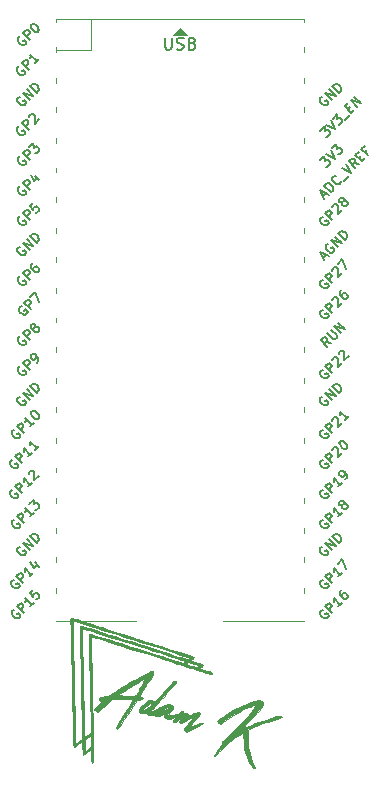
<source format=gto>
G04 #@! TF.GenerationSoftware,KiCad,Pcbnew,(5.1.9)-1*
G04 #@! TF.CreationDate,2021-05-31T01:01:48+01:00*
G04 #@! TF.ProjectId,EnvKB65,456e764b-4236-4352-9e6b-696361645f70,rev?*
G04 #@! TF.SameCoordinates,Original*
G04 #@! TF.FileFunction,Legend,Top*
G04 #@! TF.FilePolarity,Positive*
%FSLAX46Y46*%
G04 Gerber Fmt 4.6, Leading zero omitted, Abs format (unit mm)*
G04 Created by KiCad (PCBNEW (5.1.9)-1) date 2021-05-31 01:01:48*
%MOMM*%
%LPD*%
G01*
G04 APERTURE LIST*
%ADD10C,0.150000*%
%ADD11C,0.100000*%
%ADD12C,0.010000*%
%ADD13C,0.120000*%
%ADD14C,3.987800*%
%ADD15C,1.750000*%
%ADD16C,3.048000*%
%ADD17C,2.200000*%
%ADD18R,3.500000X1.700000*%
%ADD19O,1.700000X1.700000*%
%ADD20R,1.700000X1.700000*%
G04 APERTURE END LIST*
D10*
X366538095Y-99252380D02*
X366538095Y-100061904D01*
X366585714Y-100157142D01*
X366633333Y-100204761D01*
X366728571Y-100252380D01*
X366919047Y-100252380D01*
X367014285Y-100204761D01*
X367061904Y-100157142D01*
X367109523Y-100061904D01*
X367109523Y-99252380D01*
X367538095Y-100204761D02*
X367680952Y-100252380D01*
X367919047Y-100252380D01*
X368014285Y-100204761D01*
X368061904Y-100157142D01*
X368109523Y-100061904D01*
X368109523Y-99966666D01*
X368061904Y-99871428D01*
X368014285Y-99823809D01*
X367919047Y-99776190D01*
X367728571Y-99728571D01*
X367633333Y-99680952D01*
X367585714Y-99633333D01*
X367538095Y-99538095D01*
X367538095Y-99442857D01*
X367585714Y-99347619D01*
X367633333Y-99300000D01*
X367728571Y-99252380D01*
X367966666Y-99252380D01*
X368109523Y-99300000D01*
X368871428Y-99728571D02*
X369014285Y-99776190D01*
X369061904Y-99823809D01*
X369109523Y-99919047D01*
X369109523Y-100061904D01*
X369061904Y-100157142D01*
X369014285Y-100204761D01*
X368919047Y-100252380D01*
X368538095Y-100252380D01*
X368538095Y-99252380D01*
X368871428Y-99252380D01*
X368966666Y-99300000D01*
X369014285Y-99347619D01*
X369061904Y-99442857D01*
X369061904Y-99538095D01*
X369014285Y-99633333D01*
X368966666Y-99680952D01*
X368871428Y-99728571D01*
X368538095Y-99728571D01*
D11*
G36*
X368400000Y-99000000D02*
G01*
X367200000Y-99000000D01*
X367800000Y-98400000D01*
X368400000Y-99000000D01*
G37*
X368400000Y-99000000D02*
X367200000Y-99000000D01*
X367800000Y-98400000D01*
X368400000Y-99000000D01*
D12*
G36*
X365405316Y-152875005D02*
G01*
X365498497Y-152903578D01*
X365548790Y-152951462D01*
X365555334Y-153026254D01*
X365517265Y-153135549D01*
X365433719Y-153286945D01*
X365342184Y-153430434D01*
X365232345Y-153598213D01*
X365121532Y-153769699D01*
X365025036Y-153921126D01*
X364974391Y-154002143D01*
X364897817Y-154124878D01*
X364796590Y-154285088D01*
X364685551Y-154459361D01*
X364606369Y-154582715D01*
X364514800Y-154728430D01*
X364439877Y-154854513D01*
X364389502Y-154947188D01*
X364371567Y-154992068D01*
X364379004Y-155025486D01*
X364414459Y-155049708D01*
X364495020Y-155073363D01*
X364563483Y-155088980D01*
X364640751Y-155123527D01*
X364654006Y-155172063D01*
X364605987Y-155232077D01*
X364490384Y-155270509D01*
X364311350Y-155286669D01*
X364161414Y-155290286D01*
X363823699Y-155807358D01*
X363541024Y-156239639D01*
X363296281Y-156612775D01*
X363088191Y-156928682D01*
X362915473Y-157189280D01*
X362776846Y-157396486D01*
X362671030Y-157552219D01*
X362596745Y-157658398D01*
X362552710Y-157716940D01*
X362540354Y-157729945D01*
X362472888Y-157754841D01*
X362428555Y-157712728D01*
X362421851Y-157696996D01*
X362427354Y-157633963D01*
X362466425Y-157523253D01*
X362532755Y-157377826D01*
X362620037Y-157210640D01*
X362721963Y-157034654D01*
X362816532Y-156886135D01*
X362885932Y-156779473D01*
X362935729Y-156697722D01*
X362955413Y-156658156D01*
X362955429Y-156657828D01*
X362974930Y-156621939D01*
X363028164Y-156538647D01*
X363107231Y-156419992D01*
X363204227Y-156278011D01*
X363214424Y-156263261D01*
X363334069Y-156085440D01*
X363456160Y-155895677D01*
X363564572Y-155719456D01*
X363629280Y-155607762D01*
X363702705Y-155473197D01*
X363743908Y-155387761D01*
X363756573Y-155337518D01*
X363744384Y-155308532D01*
X363713733Y-155288308D01*
X363648955Y-155274686D01*
X363515806Y-155265190D01*
X363318376Y-155259950D01*
X363060757Y-155259096D01*
X362850947Y-155261118D01*
X362059570Y-155272143D01*
X361883958Y-155416121D01*
X361792589Y-155494704D01*
X361664410Y-155609861D01*
X361514705Y-155747638D01*
X361358756Y-155894081D01*
X361317669Y-155933193D01*
X361148312Y-156091357D01*
X361020534Y-156201745D01*
X360926886Y-156270080D01*
X360859916Y-156302090D01*
X360832111Y-156306286D01*
X360686945Y-156276371D01*
X360580549Y-156191803D01*
X360558422Y-156157127D01*
X360546819Y-156121444D01*
X360555881Y-156080785D01*
X360592894Y-156025381D01*
X360665144Y-155945463D01*
X360779918Y-155831265D01*
X360856948Y-155756893D01*
X360987007Y-155627582D01*
X361084370Y-155521896D01*
X361142111Y-155447910D01*
X361153301Y-155413698D01*
X361152036Y-155412946D01*
X361065938Y-155361532D01*
X360985186Y-155291198D01*
X360932377Y-155223479D01*
X360923429Y-155195087D01*
X360959085Y-155138685D01*
X361063667Y-155086671D01*
X361233595Y-155040321D01*
X361465292Y-155000912D01*
X361468894Y-155000424D01*
X361580494Y-154984380D01*
X361671631Y-154966256D01*
X361755408Y-154939949D01*
X361844928Y-154899356D01*
X361855154Y-154893601D01*
X362592572Y-154893601D01*
X362626224Y-154907330D01*
X362716830Y-154922442D01*
X362848859Y-154936712D01*
X362946358Y-154944272D01*
X363104219Y-154955617D01*
X363238092Y-154966722D01*
X363329118Y-154975950D01*
X363354572Y-154979735D01*
X363415443Y-154985925D01*
X363526754Y-154991484D01*
X363666376Y-154995361D01*
X363692260Y-154995791D01*
X363836427Y-154996319D01*
X363928882Y-154988749D01*
X363990451Y-154967235D01*
X364041958Y-154925935D01*
X364078312Y-154887457D01*
X364138540Y-154807634D01*
X364218778Y-154682354D01*
X364306897Y-154531225D01*
X364364544Y-154424814D01*
X364463207Y-154239236D01*
X364572279Y-154038356D01*
X364674034Y-153854678D01*
X364713278Y-153785308D01*
X364785888Y-153655598D01*
X364842255Y-153549995D01*
X364874251Y-153483968D01*
X364878572Y-153470681D01*
X364849746Y-153471112D01*
X364770548Y-153504731D01*
X364651895Y-153565867D01*
X364504707Y-153648849D01*
X364339903Y-153748006D01*
X364316143Y-153762795D01*
X364164939Y-153855830D01*
X363992557Y-153959739D01*
X363862572Y-154036615D01*
X363736105Y-154113085D01*
X363581873Y-154210371D01*
X363410305Y-154321437D01*
X363231825Y-154439248D01*
X363056862Y-154556767D01*
X362895840Y-154666960D01*
X362759186Y-154762790D01*
X362657328Y-154837223D01*
X362600691Y-154883221D01*
X362592572Y-154893601D01*
X361855154Y-154893601D01*
X361953292Y-154838375D01*
X362093603Y-154750902D01*
X362278963Y-154630835D01*
X362320429Y-154603786D01*
X362622106Y-154410407D01*
X362937611Y-154214440D01*
X363257781Y-154021106D01*
X363573453Y-153835625D01*
X363875467Y-153663216D01*
X364154659Y-153509099D01*
X364401867Y-153378495D01*
X364607929Y-153276623D01*
X364763683Y-153208704D01*
X364779655Y-153202679D01*
X364908501Y-153140068D01*
X365046884Y-153050354D01*
X365116191Y-152995154D01*
X365214617Y-152914017D01*
X365286226Y-152874885D01*
X365354895Y-152867834D01*
X365405316Y-152875005D01*
G37*
X365405316Y-152875005D02*
X365498497Y-152903578D01*
X365548790Y-152951462D01*
X365555334Y-153026254D01*
X365517265Y-153135549D01*
X365433719Y-153286945D01*
X365342184Y-153430434D01*
X365232345Y-153598213D01*
X365121532Y-153769699D01*
X365025036Y-153921126D01*
X364974391Y-154002143D01*
X364897817Y-154124878D01*
X364796590Y-154285088D01*
X364685551Y-154459361D01*
X364606369Y-154582715D01*
X364514800Y-154728430D01*
X364439877Y-154854513D01*
X364389502Y-154947188D01*
X364371567Y-154992068D01*
X364379004Y-155025486D01*
X364414459Y-155049708D01*
X364495020Y-155073363D01*
X364563483Y-155088980D01*
X364640751Y-155123527D01*
X364654006Y-155172063D01*
X364605987Y-155232077D01*
X364490384Y-155270509D01*
X364311350Y-155286669D01*
X364161414Y-155290286D01*
X363823699Y-155807358D01*
X363541024Y-156239639D01*
X363296281Y-156612775D01*
X363088191Y-156928682D01*
X362915473Y-157189280D01*
X362776846Y-157396486D01*
X362671030Y-157552219D01*
X362596745Y-157658398D01*
X362552710Y-157716940D01*
X362540354Y-157729945D01*
X362472888Y-157754841D01*
X362428555Y-157712728D01*
X362421851Y-157696996D01*
X362427354Y-157633963D01*
X362466425Y-157523253D01*
X362532755Y-157377826D01*
X362620037Y-157210640D01*
X362721963Y-157034654D01*
X362816532Y-156886135D01*
X362885932Y-156779473D01*
X362935729Y-156697722D01*
X362955413Y-156658156D01*
X362955429Y-156657828D01*
X362974930Y-156621939D01*
X363028164Y-156538647D01*
X363107231Y-156419992D01*
X363204227Y-156278011D01*
X363214424Y-156263261D01*
X363334069Y-156085440D01*
X363456160Y-155895677D01*
X363564572Y-155719456D01*
X363629280Y-155607762D01*
X363702705Y-155473197D01*
X363743908Y-155387761D01*
X363756573Y-155337518D01*
X363744384Y-155308532D01*
X363713733Y-155288308D01*
X363648955Y-155274686D01*
X363515806Y-155265190D01*
X363318376Y-155259950D01*
X363060757Y-155259096D01*
X362850947Y-155261118D01*
X362059570Y-155272143D01*
X361883958Y-155416121D01*
X361792589Y-155494704D01*
X361664410Y-155609861D01*
X361514705Y-155747638D01*
X361358756Y-155894081D01*
X361317669Y-155933193D01*
X361148312Y-156091357D01*
X361020534Y-156201745D01*
X360926886Y-156270080D01*
X360859916Y-156302090D01*
X360832111Y-156306286D01*
X360686945Y-156276371D01*
X360580549Y-156191803D01*
X360558422Y-156157127D01*
X360546819Y-156121444D01*
X360555881Y-156080785D01*
X360592894Y-156025381D01*
X360665144Y-155945463D01*
X360779918Y-155831265D01*
X360856948Y-155756893D01*
X360987007Y-155627582D01*
X361084370Y-155521896D01*
X361142111Y-155447910D01*
X361153301Y-155413698D01*
X361152036Y-155412946D01*
X361065938Y-155361532D01*
X360985186Y-155291198D01*
X360932377Y-155223479D01*
X360923429Y-155195087D01*
X360959085Y-155138685D01*
X361063667Y-155086671D01*
X361233595Y-155040321D01*
X361465292Y-155000912D01*
X361468894Y-155000424D01*
X361580494Y-154984380D01*
X361671631Y-154966256D01*
X361755408Y-154939949D01*
X361844928Y-154899356D01*
X361855154Y-154893601D01*
X362592572Y-154893601D01*
X362626224Y-154907330D01*
X362716830Y-154922442D01*
X362848859Y-154936712D01*
X362946358Y-154944272D01*
X363104219Y-154955617D01*
X363238092Y-154966722D01*
X363329118Y-154975950D01*
X363354572Y-154979735D01*
X363415443Y-154985925D01*
X363526754Y-154991484D01*
X363666376Y-154995361D01*
X363692260Y-154995791D01*
X363836427Y-154996319D01*
X363928882Y-154988749D01*
X363990451Y-154967235D01*
X364041958Y-154925935D01*
X364078312Y-154887457D01*
X364138540Y-154807634D01*
X364218778Y-154682354D01*
X364306897Y-154531225D01*
X364364544Y-154424814D01*
X364463207Y-154239236D01*
X364572279Y-154038356D01*
X364674034Y-153854678D01*
X364713278Y-153785308D01*
X364785888Y-153655598D01*
X364842255Y-153549995D01*
X364874251Y-153483968D01*
X364878572Y-153470681D01*
X364849746Y-153471112D01*
X364770548Y-153504731D01*
X364651895Y-153565867D01*
X364504707Y-153648849D01*
X364339903Y-153748006D01*
X364316143Y-153762795D01*
X364164939Y-153855830D01*
X363992557Y-153959739D01*
X363862572Y-154036615D01*
X363736105Y-154113085D01*
X363581873Y-154210371D01*
X363410305Y-154321437D01*
X363231825Y-154439248D01*
X363056862Y-154556767D01*
X362895840Y-154666960D01*
X362759186Y-154762790D01*
X362657328Y-154837223D01*
X362600691Y-154883221D01*
X362592572Y-154893601D01*
X361855154Y-154893601D01*
X361953292Y-154838375D01*
X362093603Y-154750902D01*
X362278963Y-154630835D01*
X362320429Y-154603786D01*
X362622106Y-154410407D01*
X362937611Y-154214440D01*
X363257781Y-154021106D01*
X363573453Y-153835625D01*
X363875467Y-153663216D01*
X364154659Y-153509099D01*
X364401867Y-153378495D01*
X364607929Y-153276623D01*
X364763683Y-153208704D01*
X364779655Y-153202679D01*
X364908501Y-153140068D01*
X365046884Y-153050354D01*
X365116191Y-152995154D01*
X365214617Y-152914017D01*
X365286226Y-152874885D01*
X365354895Y-152867834D01*
X365405316Y-152875005D01*
G36*
X367294040Y-153672062D02*
G01*
X367318786Y-153676956D01*
X367407783Y-153698877D01*
X367462514Y-153717482D01*
X367463929Y-153718266D01*
X367491107Y-153761610D01*
X367469028Y-153834790D01*
X367395100Y-153942481D01*
X367266736Y-154089358D01*
X367246215Y-154111256D01*
X367128486Y-154237988D01*
X366980532Y-154400036D01*
X366819877Y-154578067D01*
X366664047Y-154752748D01*
X366638429Y-154781703D01*
X366415038Y-155034062D01*
X366228602Y-155243409D01*
X366068458Y-155421494D01*
X365923938Y-155580067D01*
X365784378Y-155730877D01*
X365639111Y-155885674D01*
X365569705Y-155959059D01*
X365455989Y-156083216D01*
X365367829Y-156187571D01*
X365313415Y-156261801D01*
X365300935Y-156295584D01*
X365302207Y-156296307D01*
X365334244Y-156293918D01*
X365396953Y-156272340D01*
X365496438Y-156228691D01*
X365638802Y-156160090D01*
X365830148Y-156063654D01*
X366076580Y-155936503D01*
X366195078Y-155874760D01*
X366361402Y-155790352D01*
X366484522Y-155735971D01*
X366584034Y-155705271D01*
X366679532Y-155691906D01*
X366767299Y-155689429D01*
X366921189Y-155698655D01*
X367039646Y-155732341D01*
X367130924Y-155781808D01*
X367204657Y-155833832D01*
X367245328Y-155884355D01*
X367250202Y-155944278D01*
X367216544Y-156024499D01*
X367141619Y-156135916D01*
X367022692Y-156289428D01*
X366994756Y-156324429D01*
X366762519Y-156614715D01*
X366889145Y-156625867D01*
X366988920Y-156621058D01*
X367126718Y-156597622D01*
X367266440Y-156562367D01*
X367401150Y-156525079D01*
X367515962Y-156498317D01*
X367586591Y-156487724D01*
X367587723Y-156487715D01*
X367653586Y-156462896D01*
X367739886Y-156399990D01*
X367781429Y-156360715D01*
X367865886Y-156285783D01*
X367940101Y-156240175D01*
X367965533Y-156233715D01*
X368047051Y-156264533D01*
X368093180Y-156338564D01*
X368091341Y-156410470D01*
X368082798Y-156456223D01*
X368109909Y-156465833D01*
X368188128Y-156445562D01*
X368315634Y-156430583D01*
X368431117Y-156457187D01*
X368512017Y-156517842D01*
X368533029Y-156560723D01*
X368554060Y-156610963D01*
X368591362Y-156627250D01*
X368658565Y-156607994D01*
X368769301Y-156551605D01*
X368811155Y-156528275D01*
X368981904Y-156444645D01*
X369146329Y-156386188D01*
X369288895Y-156356702D01*
X369394067Y-156359982D01*
X369430204Y-156377011D01*
X369477918Y-156446397D01*
X369486857Y-156488434D01*
X369463564Y-156534383D01*
X369398659Y-156624428D01*
X369299606Y-156749204D01*
X369173869Y-156899344D01*
X369028909Y-157065481D01*
X369011455Y-157085064D01*
X368866684Y-157249055D01*
X368741577Y-157394452D01*
X368643152Y-157512795D01*
X368578421Y-157595622D01*
X368554400Y-157634469D01*
X368554751Y-157635989D01*
X368593177Y-157629604D01*
X368685326Y-157599001D01*
X368818349Y-157548851D01*
X368979395Y-157483827D01*
X369020357Y-157466709D01*
X369198522Y-157394212D01*
X369363914Y-157331320D01*
X369499343Y-157284279D01*
X369587616Y-157259338D01*
X369594411Y-157258096D01*
X369721558Y-157237463D01*
X369664235Y-157325232D01*
X369615641Y-157367001D01*
X369514322Y-157432890D01*
X369373209Y-157516090D01*
X369205228Y-157609797D01*
X369023309Y-157707205D01*
X368840381Y-157801507D01*
X368669371Y-157885897D01*
X368523210Y-157953570D01*
X368414825Y-157997719D01*
X368360201Y-158011715D01*
X368290045Y-157986374D01*
X368243899Y-157948215D01*
X368189674Y-157861042D01*
X368174645Y-157749454D01*
X368176273Y-157707924D01*
X368202099Y-157655435D01*
X368268812Y-157565231D01*
X368365796Y-157450727D01*
X368463382Y-157345067D01*
X368610335Y-157188373D01*
X368746393Y-157036965D01*
X368863085Y-156900905D01*
X368951936Y-156790258D01*
X369004475Y-156715087D01*
X369015143Y-156689728D01*
X368986239Y-156690500D01*
X368907168Y-156723447D01*
X368789394Y-156782426D01*
X368644382Y-156861294D01*
X368483595Y-156953907D01*
X368318496Y-157054123D01*
X368228004Y-157111550D01*
X368076420Y-157207319D01*
X367971525Y-157266770D01*
X367900656Y-157295348D01*
X367851152Y-157298499D01*
X367819789Y-157287111D01*
X367758653Y-157218073D01*
X367750386Y-157115415D01*
X367794969Y-156995211D01*
X367820185Y-156955959D01*
X367861598Y-156881334D01*
X367854995Y-156850055D01*
X367810187Y-156861617D01*
X367736983Y-156915513D01*
X367688432Y-156962745D01*
X367593236Y-157054625D01*
X367496601Y-157135873D01*
X367482097Y-157146626D01*
X367376231Y-157198239D01*
X367296646Y-157192956D01*
X367248698Y-157143375D01*
X367237747Y-157062089D01*
X367269149Y-156961696D01*
X367348265Y-156854790D01*
X367355072Y-156848028D01*
X367418782Y-156780348D01*
X367427041Y-156754825D01*
X367400429Y-156760587D01*
X367157139Y-156843424D01*
X366947320Y-156895119D01*
X366782219Y-156913259D01*
X366713701Y-156907901D01*
X366602564Y-156869255D01*
X366503966Y-156805319D01*
X366435322Y-156731290D01*
X366414045Y-156662362D01*
X366417452Y-156649387D01*
X366451437Y-156565518D01*
X366460444Y-156543286D01*
X366455742Y-156520542D01*
X366406146Y-156526597D01*
X366302918Y-156563045D01*
X366261594Y-156579572D01*
X366049128Y-156647084D01*
X365864317Y-156668309D01*
X365717171Y-156643061D01*
X365635199Y-156591199D01*
X365569957Y-156539899D01*
X365514939Y-156541796D01*
X365489263Y-156555716D01*
X365410675Y-156587486D01*
X365298790Y-156614261D01*
X365265391Y-156619543D01*
X365162368Y-156627734D01*
X365094896Y-156607153D01*
X365028659Y-156544451D01*
X365006861Y-156518955D01*
X364946269Y-156452904D01*
X364889234Y-156416350D01*
X364811544Y-156400615D01*
X364688984Y-156397027D01*
X364666444Y-156397000D01*
X364536051Y-156394460D01*
X364457734Y-156382407D01*
X364411053Y-156354192D01*
X364405190Y-156345761D01*
X366004290Y-156345761D01*
X366050015Y-156338767D01*
X366156465Y-156298094D01*
X366324886Y-156223652D01*
X366492804Y-156145516D01*
X366695283Y-156045817D01*
X366830241Y-155969363D01*
X366898634Y-155915373D01*
X366901422Y-155883068D01*
X366839561Y-155871667D01*
X366828929Y-155871654D01*
X366711849Y-155895967D01*
X366554643Y-155962784D01*
X366370741Y-156065634D01*
X366219001Y-156165585D01*
X366090029Y-156259079D01*
X366018043Y-156319168D01*
X366004290Y-156345761D01*
X364405190Y-156345761D01*
X364375567Y-156303165D01*
X364375017Y-156302194D01*
X364346436Y-156212319D01*
X364356438Y-156147972D01*
X364671557Y-156147972D01*
X364697377Y-156157701D01*
X364756737Y-156145143D01*
X364846800Y-156112127D01*
X364965681Y-156055378D01*
X365041857Y-156013542D01*
X365211140Y-155894651D01*
X365318665Y-155767405D01*
X365370482Y-155639740D01*
X365376622Y-155564344D01*
X365348573Y-155544286D01*
X365287973Y-155568187D01*
X365191531Y-155631546D01*
X365074053Y-155721844D01*
X364950346Y-155826566D01*
X364835217Y-155933195D01*
X364743472Y-156029213D01*
X364690875Y-156100284D01*
X364671557Y-156147972D01*
X364356438Y-156147972D01*
X364362136Y-156111320D01*
X364426165Y-155990457D01*
X364542575Y-155840990D01*
X364637527Y-155735783D01*
X364843549Y-155536103D01*
X365029278Y-155401866D01*
X365200534Y-155330804D01*
X365363136Y-155320650D01*
X365522905Y-155369136D01*
X365547047Y-155381359D01*
X365712897Y-155469542D01*
X366338949Y-154758091D01*
X366570818Y-154493956D01*
X366758503Y-154278490D01*
X366906326Y-154106381D01*
X367018608Y-153972319D01*
X367099671Y-153870992D01*
X367153837Y-153797089D01*
X367185426Y-153745299D01*
X367198760Y-153710311D01*
X367199949Y-153699903D01*
X367221783Y-153669543D01*
X367294040Y-153672062D01*
G37*
X367294040Y-153672062D02*
X367318786Y-153676956D01*
X367407783Y-153698877D01*
X367462514Y-153717482D01*
X367463929Y-153718266D01*
X367491107Y-153761610D01*
X367469028Y-153834790D01*
X367395100Y-153942481D01*
X367266736Y-154089358D01*
X367246215Y-154111256D01*
X367128486Y-154237988D01*
X366980532Y-154400036D01*
X366819877Y-154578067D01*
X366664047Y-154752748D01*
X366638429Y-154781703D01*
X366415038Y-155034062D01*
X366228602Y-155243409D01*
X366068458Y-155421494D01*
X365923938Y-155580067D01*
X365784378Y-155730877D01*
X365639111Y-155885674D01*
X365569705Y-155959059D01*
X365455989Y-156083216D01*
X365367829Y-156187571D01*
X365313415Y-156261801D01*
X365300935Y-156295584D01*
X365302207Y-156296307D01*
X365334244Y-156293918D01*
X365396953Y-156272340D01*
X365496438Y-156228691D01*
X365638802Y-156160090D01*
X365830148Y-156063654D01*
X366076580Y-155936503D01*
X366195078Y-155874760D01*
X366361402Y-155790352D01*
X366484522Y-155735971D01*
X366584034Y-155705271D01*
X366679532Y-155691906D01*
X366767299Y-155689429D01*
X366921189Y-155698655D01*
X367039646Y-155732341D01*
X367130924Y-155781808D01*
X367204657Y-155833832D01*
X367245328Y-155884355D01*
X367250202Y-155944278D01*
X367216544Y-156024499D01*
X367141619Y-156135916D01*
X367022692Y-156289428D01*
X366994756Y-156324429D01*
X366762519Y-156614715D01*
X366889145Y-156625867D01*
X366988920Y-156621058D01*
X367126718Y-156597622D01*
X367266440Y-156562367D01*
X367401150Y-156525079D01*
X367515962Y-156498317D01*
X367586591Y-156487724D01*
X367587723Y-156487715D01*
X367653586Y-156462896D01*
X367739886Y-156399990D01*
X367781429Y-156360715D01*
X367865886Y-156285783D01*
X367940101Y-156240175D01*
X367965533Y-156233715D01*
X368047051Y-156264533D01*
X368093180Y-156338564D01*
X368091341Y-156410470D01*
X368082798Y-156456223D01*
X368109909Y-156465833D01*
X368188128Y-156445562D01*
X368315634Y-156430583D01*
X368431117Y-156457187D01*
X368512017Y-156517842D01*
X368533029Y-156560723D01*
X368554060Y-156610963D01*
X368591362Y-156627250D01*
X368658565Y-156607994D01*
X368769301Y-156551605D01*
X368811155Y-156528275D01*
X368981904Y-156444645D01*
X369146329Y-156386188D01*
X369288895Y-156356702D01*
X369394067Y-156359982D01*
X369430204Y-156377011D01*
X369477918Y-156446397D01*
X369486857Y-156488434D01*
X369463564Y-156534383D01*
X369398659Y-156624428D01*
X369299606Y-156749204D01*
X369173869Y-156899344D01*
X369028909Y-157065481D01*
X369011455Y-157085064D01*
X368866684Y-157249055D01*
X368741577Y-157394452D01*
X368643152Y-157512795D01*
X368578421Y-157595622D01*
X368554400Y-157634469D01*
X368554751Y-157635989D01*
X368593177Y-157629604D01*
X368685326Y-157599001D01*
X368818349Y-157548851D01*
X368979395Y-157483827D01*
X369020357Y-157466709D01*
X369198522Y-157394212D01*
X369363914Y-157331320D01*
X369499343Y-157284279D01*
X369587616Y-157259338D01*
X369594411Y-157258096D01*
X369721558Y-157237463D01*
X369664235Y-157325232D01*
X369615641Y-157367001D01*
X369514322Y-157432890D01*
X369373209Y-157516090D01*
X369205228Y-157609797D01*
X369023309Y-157707205D01*
X368840381Y-157801507D01*
X368669371Y-157885897D01*
X368523210Y-157953570D01*
X368414825Y-157997719D01*
X368360201Y-158011715D01*
X368290045Y-157986374D01*
X368243899Y-157948215D01*
X368189674Y-157861042D01*
X368174645Y-157749454D01*
X368176273Y-157707924D01*
X368202099Y-157655435D01*
X368268812Y-157565231D01*
X368365796Y-157450727D01*
X368463382Y-157345067D01*
X368610335Y-157188373D01*
X368746393Y-157036965D01*
X368863085Y-156900905D01*
X368951936Y-156790258D01*
X369004475Y-156715087D01*
X369015143Y-156689728D01*
X368986239Y-156690500D01*
X368907168Y-156723447D01*
X368789394Y-156782426D01*
X368644382Y-156861294D01*
X368483595Y-156953907D01*
X368318496Y-157054123D01*
X368228004Y-157111550D01*
X368076420Y-157207319D01*
X367971525Y-157266770D01*
X367900656Y-157295348D01*
X367851152Y-157298499D01*
X367819789Y-157287111D01*
X367758653Y-157218073D01*
X367750386Y-157115415D01*
X367794969Y-156995211D01*
X367820185Y-156955959D01*
X367861598Y-156881334D01*
X367854995Y-156850055D01*
X367810187Y-156861617D01*
X367736983Y-156915513D01*
X367688432Y-156962745D01*
X367593236Y-157054625D01*
X367496601Y-157135873D01*
X367482097Y-157146626D01*
X367376231Y-157198239D01*
X367296646Y-157192956D01*
X367248698Y-157143375D01*
X367237747Y-157062089D01*
X367269149Y-156961696D01*
X367348265Y-156854790D01*
X367355072Y-156848028D01*
X367418782Y-156780348D01*
X367427041Y-156754825D01*
X367400429Y-156760587D01*
X367157139Y-156843424D01*
X366947320Y-156895119D01*
X366782219Y-156913259D01*
X366713701Y-156907901D01*
X366602564Y-156869255D01*
X366503966Y-156805319D01*
X366435322Y-156731290D01*
X366414045Y-156662362D01*
X366417452Y-156649387D01*
X366451437Y-156565518D01*
X366460444Y-156543286D01*
X366455742Y-156520542D01*
X366406146Y-156526597D01*
X366302918Y-156563045D01*
X366261594Y-156579572D01*
X366049128Y-156647084D01*
X365864317Y-156668309D01*
X365717171Y-156643061D01*
X365635199Y-156591199D01*
X365569957Y-156539899D01*
X365514939Y-156541796D01*
X365489263Y-156555716D01*
X365410675Y-156587486D01*
X365298790Y-156614261D01*
X365265391Y-156619543D01*
X365162368Y-156627734D01*
X365094896Y-156607153D01*
X365028659Y-156544451D01*
X365006861Y-156518955D01*
X364946269Y-156452904D01*
X364889234Y-156416350D01*
X364811544Y-156400615D01*
X364688984Y-156397027D01*
X364666444Y-156397000D01*
X364536051Y-156394460D01*
X364457734Y-156382407D01*
X364411053Y-156354192D01*
X364405190Y-156345761D01*
X366004290Y-156345761D01*
X366050015Y-156338767D01*
X366156465Y-156298094D01*
X366324886Y-156223652D01*
X366492804Y-156145516D01*
X366695283Y-156045817D01*
X366830241Y-155969363D01*
X366898634Y-155915373D01*
X366901422Y-155883068D01*
X366839561Y-155871667D01*
X366828929Y-155871654D01*
X366711849Y-155895967D01*
X366554643Y-155962784D01*
X366370741Y-156065634D01*
X366219001Y-156165585D01*
X366090029Y-156259079D01*
X366018043Y-156319168D01*
X366004290Y-156345761D01*
X364405190Y-156345761D01*
X364375567Y-156303165D01*
X364375017Y-156302194D01*
X364346436Y-156212319D01*
X364356438Y-156147972D01*
X364671557Y-156147972D01*
X364697377Y-156157701D01*
X364756737Y-156145143D01*
X364846800Y-156112127D01*
X364965681Y-156055378D01*
X365041857Y-156013542D01*
X365211140Y-155894651D01*
X365318665Y-155767405D01*
X365370482Y-155639740D01*
X365376622Y-155564344D01*
X365348573Y-155544286D01*
X365287973Y-155568187D01*
X365191531Y-155631546D01*
X365074053Y-155721844D01*
X364950346Y-155826566D01*
X364835217Y-155933195D01*
X364743472Y-156029213D01*
X364690875Y-156100284D01*
X364671557Y-156147972D01*
X364356438Y-156147972D01*
X364362136Y-156111320D01*
X364426165Y-155990457D01*
X364542575Y-155840990D01*
X364637527Y-155735783D01*
X364843549Y-155536103D01*
X365029278Y-155401866D01*
X365200534Y-155330804D01*
X365363136Y-155320650D01*
X365522905Y-155369136D01*
X365547047Y-155381359D01*
X365712897Y-155469542D01*
X366338949Y-154758091D01*
X366570818Y-154493956D01*
X366758503Y-154278490D01*
X366906326Y-154106381D01*
X367018608Y-153972319D01*
X367099671Y-153870992D01*
X367153837Y-153797089D01*
X367185426Y-153745299D01*
X367198760Y-153710311D01*
X367199949Y-153699903D01*
X367221783Y-153669543D01*
X367294040Y-153672062D01*
G36*
X358616021Y-148370342D02*
G01*
X358722276Y-148399939D01*
X358874504Y-148445082D01*
X359061176Y-148502346D01*
X359270764Y-148568305D01*
X359289469Y-148574268D01*
X359498002Y-148640763D01*
X359760186Y-148724295D01*
X360060509Y-148819924D01*
X360383458Y-148922713D01*
X360713519Y-149027724D01*
X361035180Y-149130017D01*
X361123000Y-149157937D01*
X361430885Y-149255892D01*
X361743963Y-149355648D01*
X362048390Y-149452783D01*
X362330323Y-149542875D01*
X362575920Y-149621504D01*
X362771337Y-149684247D01*
X362828429Y-149702640D01*
X362983976Y-149752632D01*
X363200960Y-149822089D01*
X363471636Y-149908550D01*
X363788263Y-150009551D01*
X364143098Y-150122629D01*
X364528396Y-150245322D01*
X364936416Y-150375167D01*
X365359415Y-150509701D01*
X365789649Y-150646462D01*
X366219375Y-150782986D01*
X366640851Y-150916810D01*
X367046334Y-151045473D01*
X367428081Y-151166511D01*
X367778348Y-151277460D01*
X368017286Y-151353063D01*
X368321754Y-151451092D01*
X368571997Y-151535355D01*
X368764473Y-151604553D01*
X368895644Y-151657392D01*
X368961970Y-151692573D01*
X368969665Y-151701913D01*
X368947418Y-151750081D01*
X368880726Y-151817660D01*
X368827209Y-151859158D01*
X368748293Y-151920734D01*
X368708210Y-151964261D01*
X368709401Y-151976719D01*
X368754378Y-151990965D01*
X368855375Y-152022826D01*
X368999183Y-152068139D01*
X369172596Y-152122742D01*
X369249591Y-152146976D01*
X369429589Y-152205864D01*
X369583218Y-152260380D01*
X369697872Y-152305719D01*
X369760945Y-152337077D01*
X369769037Y-152344967D01*
X369749541Y-152386379D01*
X369685603Y-152450034D01*
X369632501Y-152491752D01*
X369546910Y-152558959D01*
X369492435Y-152611724D01*
X369482228Y-152629391D01*
X369514621Y-152650004D01*
X369604457Y-152687264D01*
X369739755Y-152736686D01*
X369908532Y-152793785D01*
X370001173Y-152823635D01*
X370231314Y-152899754D01*
X370393086Y-152960652D01*
X370488855Y-153007318D01*
X370520990Y-153040744D01*
X370521000Y-153041232D01*
X370519657Y-153068455D01*
X370511976Y-153089277D01*
X370492480Y-153102324D01*
X370455690Y-153106219D01*
X370396130Y-153099589D01*
X370308322Y-153081059D01*
X370186787Y-153049253D01*
X370026050Y-153002798D01*
X369820631Y-152940317D01*
X369565053Y-152860436D01*
X369253839Y-152761781D01*
X368881511Y-152642976D01*
X368688572Y-152581296D01*
X368383999Y-152483907D01*
X368039229Y-152373659D01*
X367720191Y-152271635D01*
X368278794Y-152271635D01*
X368728611Y-152418324D01*
X368899659Y-152473366D01*
X369046605Y-152519269D01*
X369155282Y-152551707D01*
X369211517Y-152566351D01*
X369214715Y-152566755D01*
X369264288Y-152546866D01*
X369341078Y-152495454D01*
X369359857Y-152480758D01*
X369425476Y-152420205D01*
X369434035Y-152386212D01*
X369414286Y-152374304D01*
X369304481Y-152337758D01*
X369162745Y-152292267D01*
X369004831Y-152242674D01*
X368846491Y-152193821D01*
X368703476Y-152150549D01*
X368591539Y-152117701D01*
X368526432Y-152100118D01*
X368516885Y-152098448D01*
X368472935Y-152120335D01*
X368400129Y-152172669D01*
X368383897Y-152185694D01*
X368278794Y-152271635D01*
X367720191Y-152271635D01*
X367680892Y-152259068D01*
X367335618Y-152148650D01*
X367030037Y-152050921D01*
X367001286Y-152041726D01*
X366714593Y-151950112D01*
X366359830Y-151836883D01*
X365938094Y-151702388D01*
X365450483Y-151546977D01*
X364898095Y-151370999D01*
X364282027Y-151174805D01*
X363603376Y-150958744D01*
X362863241Y-150723165D01*
X362062718Y-150468418D01*
X361794286Y-150383006D01*
X361434798Y-150268652D01*
X361138277Y-150174474D01*
X360898536Y-150098639D01*
X360709388Y-150039313D01*
X360564649Y-149994661D01*
X360458130Y-149962849D01*
X360383647Y-149942044D01*
X360335013Y-149930410D01*
X360306041Y-149926115D01*
X360290544Y-149927322D01*
X360282338Y-149932199D01*
X360280342Y-149934135D01*
X360276937Y-149973591D01*
X360275436Y-150078372D01*
X360275753Y-150241262D01*
X360277800Y-150455041D01*
X360281492Y-150712493D01*
X360286741Y-151006398D01*
X360293461Y-151329539D01*
X360301006Y-151652117D01*
X360324544Y-152620304D01*
X360346355Y-153541458D01*
X360366409Y-154413948D01*
X360384682Y-155236144D01*
X360401144Y-156006417D01*
X360415769Y-156723137D01*
X360428530Y-157384675D01*
X360439400Y-157989400D01*
X360448350Y-158535683D01*
X360455356Y-159021894D01*
X360460388Y-159446403D01*
X360463420Y-159807581D01*
X360464424Y-160103798D01*
X360463374Y-160333424D01*
X360460242Y-160494829D01*
X360455001Y-160586385D01*
X360450450Y-160607667D01*
X360388316Y-160657252D01*
X360334036Y-160639545D01*
X360330762Y-160636381D01*
X360322392Y-160593471D01*
X360315277Y-160491127D01*
X360309965Y-160342484D01*
X360307002Y-160160677D01*
X360306572Y-160055810D01*
X360305378Y-159864167D01*
X360302084Y-159701056D01*
X360297124Y-159578883D01*
X360290931Y-159510053D01*
X360287157Y-159499429D01*
X360252033Y-159519971D01*
X360171944Y-159575594D01*
X360059569Y-159657290D01*
X359953967Y-159736104D01*
X359822840Y-159831345D01*
X359711011Y-159905772D01*
X359631979Y-159950814D01*
X359601454Y-159959933D01*
X359584610Y-159918885D01*
X359569346Y-159811362D01*
X359556259Y-159643456D01*
X359545949Y-159421257D01*
X359544572Y-159380296D01*
X359526429Y-158813505D01*
X359187193Y-159069416D01*
X359021886Y-159189603D01*
X358905884Y-159263072D01*
X358835056Y-159292211D01*
X358809895Y-159287267D01*
X358801561Y-159243140D01*
X358792532Y-159127257D01*
X358782835Y-158940428D01*
X358772496Y-158683464D01*
X358761541Y-158357177D01*
X358749997Y-157962377D01*
X358737891Y-157499875D01*
X358725248Y-156970483D01*
X358712096Y-156375011D01*
X358707058Y-156135817D01*
X358687227Y-155191466D01*
X358668119Y-154299361D01*
X358649784Y-153461619D01*
X358632272Y-152680357D01*
X358615633Y-151957692D01*
X358599916Y-151295743D01*
X358585173Y-150696626D01*
X358571453Y-150162459D01*
X358558805Y-149695359D01*
X358547281Y-149297445D01*
X358540980Y-149094500D01*
X358533577Y-148840587D01*
X358530061Y-148650659D01*
X358530207Y-148621435D01*
X358728057Y-148621435D01*
X358728834Y-148725791D01*
X358731034Y-148891965D01*
X358734546Y-149114589D01*
X358739259Y-149388296D01*
X358745064Y-149707718D01*
X358751849Y-150067487D01*
X358759504Y-150462237D01*
X358767919Y-150886599D01*
X358776984Y-151335207D01*
X358786587Y-151802692D01*
X358796619Y-152283687D01*
X358806970Y-152772825D01*
X358817527Y-153264737D01*
X358828183Y-153754057D01*
X358838825Y-154235418D01*
X358849343Y-154703450D01*
X358859627Y-155152787D01*
X358869567Y-155578062D01*
X358879053Y-155973907D01*
X358887972Y-156334954D01*
X358889539Y-156397000D01*
X358898085Y-156747578D01*
X358905963Y-157096597D01*
X358912962Y-157432672D01*
X358918867Y-157744418D01*
X358923466Y-158020450D01*
X358926547Y-158249383D01*
X358927896Y-158419833D01*
X358927938Y-158450167D01*
X358929325Y-158639054D01*
X358933291Y-158801326D01*
X358939293Y-158923530D01*
X358946787Y-158992215D01*
X358950217Y-159001836D01*
X358986610Y-158990874D01*
X359066565Y-158943253D01*
X359176772Y-158867392D01*
X359258220Y-158807005D01*
X359441777Y-158667275D01*
X359726000Y-158667275D01*
X359726000Y-159683474D01*
X359845092Y-159600523D01*
X359944259Y-159529664D01*
X360065826Y-159440432D01*
X360132488Y-159390572D01*
X360300793Y-159263572D01*
X360280529Y-158773715D01*
X360272779Y-158593986D01*
X360265665Y-158442866D01*
X360259865Y-158333806D01*
X360256057Y-158280257D01*
X360255470Y-158277076D01*
X360226578Y-158294366D01*
X360153158Y-158346369D01*
X360048307Y-158423685D01*
X359988337Y-158468784D01*
X359726000Y-158667275D01*
X359441777Y-158667275D01*
X359543721Y-158589672D01*
X359524625Y-158219051D01*
X359520165Y-158110547D01*
X359514674Y-157940307D01*
X359508254Y-157713599D01*
X359501011Y-157435690D01*
X359493047Y-157111848D01*
X359484465Y-156747341D01*
X359475370Y-156347437D01*
X359465865Y-155917404D01*
X359456054Y-155462509D01*
X359446040Y-154988021D01*
X359435927Y-154499207D01*
X359425818Y-154001334D01*
X359415817Y-153499672D01*
X359406027Y-152999487D01*
X359396553Y-152506048D01*
X359387498Y-152024623D01*
X359378965Y-151560478D01*
X359371057Y-151118883D01*
X359363880Y-150705104D01*
X359357535Y-150324411D01*
X359352127Y-149982069D01*
X359347759Y-149683349D01*
X359344536Y-149433516D01*
X359344064Y-149386761D01*
X359517042Y-149386761D01*
X359518000Y-149552940D01*
X359520436Y-149774315D01*
X359524265Y-150045103D01*
X359529397Y-150359519D01*
X359535745Y-150711778D01*
X359543223Y-151096096D01*
X359551742Y-151506689D01*
X359559641Y-151867798D01*
X359570827Y-152368883D01*
X359582724Y-152904287D01*
X359595037Y-153460599D01*
X359607471Y-154024406D01*
X359619733Y-154582296D01*
X359631526Y-155120858D01*
X359642557Y-155626680D01*
X359652530Y-156086351D01*
X359660903Y-156474900D01*
X359703832Y-158475943D01*
X359987059Y-158260341D01*
X360110880Y-158160042D01*
X360206469Y-158070928D01*
X360261613Y-158004966D01*
X360270276Y-157982870D01*
X360269397Y-157934071D01*
X360266893Y-157820787D01*
X360262956Y-157651083D01*
X360257779Y-157433022D01*
X360251552Y-157174669D01*
X360244469Y-156884088D01*
X360236721Y-156569343D01*
X360233800Y-156451429D01*
X360227619Y-156197916D01*
X360220494Y-155898052D01*
X360212565Y-155558187D01*
X360203969Y-155184672D01*
X360194846Y-154783857D01*
X360185335Y-154362093D01*
X360175573Y-153925730D01*
X360165700Y-153481119D01*
X360155854Y-153034611D01*
X360146174Y-152592556D01*
X360136799Y-152161304D01*
X360127867Y-151747206D01*
X360119518Y-151356613D01*
X360111889Y-150995875D01*
X360105120Y-150671343D01*
X360099350Y-150389367D01*
X360094716Y-150156297D01*
X360091358Y-149978485D01*
X360089414Y-149862281D01*
X360088968Y-149820215D01*
X360101298Y-149732159D01*
X360141921Y-149702454D01*
X360146800Y-149702286D01*
X360189722Y-149713073D01*
X360296421Y-149744325D01*
X360461558Y-149794374D01*
X360679796Y-149861556D01*
X360945797Y-149944204D01*
X361254222Y-150040651D01*
X361599734Y-150149233D01*
X361976994Y-150268282D01*
X362380664Y-150396133D01*
X362805407Y-150531120D01*
X362949872Y-150577135D01*
X363656600Y-150802359D01*
X364297253Y-151006519D01*
X364874898Y-151190591D01*
X365392604Y-151355553D01*
X365853437Y-151502383D01*
X366260467Y-151632057D01*
X366616760Y-151745552D01*
X366925385Y-151843846D01*
X367189408Y-151927917D01*
X367411899Y-151998741D01*
X367595925Y-152057297D01*
X367735889Y-152101806D01*
X368071348Y-152208444D01*
X368180638Y-152127643D01*
X368244212Y-152069824D01*
X368265671Y-152027111D01*
X368262464Y-152020814D01*
X368239190Y-152010394D01*
X368177882Y-151988202D01*
X368076145Y-151953469D01*
X367931582Y-151905425D01*
X367741798Y-151843299D01*
X367504397Y-151766322D01*
X367216983Y-151673724D01*
X366877160Y-151564734D01*
X366482533Y-151438584D01*
X366030705Y-151294502D01*
X365519282Y-151131720D01*
X364945867Y-150949466D01*
X364308064Y-150746972D01*
X363603477Y-150523466D01*
X363590429Y-150519328D01*
X362690618Y-150233573D01*
X361832871Y-149960315D01*
X361026760Y-149702607D01*
X360385189Y-149496737D01*
X360150498Y-149422244D01*
X359939274Y-149357035D01*
X359761106Y-149303920D01*
X359625584Y-149265712D01*
X359542298Y-149245220D01*
X359519915Y-149243134D01*
X359517651Y-149281565D01*
X359517042Y-149386761D01*
X359344064Y-149386761D01*
X359342559Y-149237840D01*
X359341934Y-149101587D01*
X359342763Y-149030027D01*
X359343738Y-149020168D01*
X359349867Y-149017406D01*
X359363118Y-149017406D01*
X359387093Y-149021290D01*
X359425393Y-149030178D01*
X359481618Y-149045194D01*
X359559370Y-149067459D01*
X359662249Y-149098095D01*
X359793857Y-149138224D01*
X359957795Y-149188968D01*
X360157664Y-149251449D01*
X360397065Y-149326788D01*
X360679599Y-149416107D01*
X361008866Y-149520530D01*
X361388469Y-149641176D01*
X361822008Y-149779169D01*
X362313084Y-149935630D01*
X362865298Y-150111681D01*
X363482252Y-150308443D01*
X363626715Y-150354523D01*
X364309822Y-150572382D01*
X364927032Y-150769146D01*
X365481568Y-150945829D01*
X365976652Y-151103447D01*
X366415508Y-151243014D01*
X366801358Y-151365546D01*
X367137427Y-151472058D01*
X367426937Y-151563565D01*
X367673112Y-151641083D01*
X367879175Y-151705625D01*
X368048348Y-151758209D01*
X368183856Y-151799848D01*
X368288921Y-151831557D01*
X368366767Y-151854353D01*
X368420617Y-151869250D01*
X368453694Y-151877263D01*
X368468439Y-151879429D01*
X368527879Y-151858507D01*
X368599276Y-151812224D01*
X368684713Y-151745019D01*
X368169571Y-151579609D01*
X367834479Y-151472162D01*
X367437210Y-151345042D01*
X366984774Y-151200484D01*
X366484178Y-151040726D01*
X365942432Y-150868005D01*
X365366545Y-150684556D01*
X364763523Y-150492616D01*
X364733429Y-150483041D01*
X364404769Y-150378464D01*
X364058414Y-150268240D01*
X363710510Y-150157508D01*
X363377205Y-150051408D01*
X363074645Y-149955080D01*
X362818978Y-149873664D01*
X362737715Y-149847779D01*
X362498656Y-149771672D01*
X362207453Y-149679033D01*
X361881134Y-149575277D01*
X361536727Y-149465816D01*
X361191263Y-149356064D01*
X360861769Y-149251433D01*
X360796429Y-149230691D01*
X360494686Y-149134838D01*
X360193216Y-149038943D01*
X359904695Y-148947045D01*
X359641797Y-148863187D01*
X359417196Y-148791408D01*
X359243566Y-148735750D01*
X359186974Y-148717536D01*
X359019161Y-148664466D01*
X358878385Y-148621937D01*
X358777817Y-148593780D01*
X358730624Y-148583825D01*
X358728812Y-148584265D01*
X358728057Y-148621435D01*
X358530207Y-148621435D01*
X358530736Y-148516218D01*
X358535905Y-148428766D01*
X358545873Y-148379807D01*
X358560943Y-148360840D01*
X358567267Y-148359715D01*
X358616021Y-148370342D01*
G37*
X358616021Y-148370342D02*
X358722276Y-148399939D01*
X358874504Y-148445082D01*
X359061176Y-148502346D01*
X359270764Y-148568305D01*
X359289469Y-148574268D01*
X359498002Y-148640763D01*
X359760186Y-148724295D01*
X360060509Y-148819924D01*
X360383458Y-148922713D01*
X360713519Y-149027724D01*
X361035180Y-149130017D01*
X361123000Y-149157937D01*
X361430885Y-149255892D01*
X361743963Y-149355648D01*
X362048390Y-149452783D01*
X362330323Y-149542875D01*
X362575920Y-149621504D01*
X362771337Y-149684247D01*
X362828429Y-149702640D01*
X362983976Y-149752632D01*
X363200960Y-149822089D01*
X363471636Y-149908550D01*
X363788263Y-150009551D01*
X364143098Y-150122629D01*
X364528396Y-150245322D01*
X364936416Y-150375167D01*
X365359415Y-150509701D01*
X365789649Y-150646462D01*
X366219375Y-150782986D01*
X366640851Y-150916810D01*
X367046334Y-151045473D01*
X367428081Y-151166511D01*
X367778348Y-151277460D01*
X368017286Y-151353063D01*
X368321754Y-151451092D01*
X368571997Y-151535355D01*
X368764473Y-151604553D01*
X368895644Y-151657392D01*
X368961970Y-151692573D01*
X368969665Y-151701913D01*
X368947418Y-151750081D01*
X368880726Y-151817660D01*
X368827209Y-151859158D01*
X368748293Y-151920734D01*
X368708210Y-151964261D01*
X368709401Y-151976719D01*
X368754378Y-151990965D01*
X368855375Y-152022826D01*
X368999183Y-152068139D01*
X369172596Y-152122742D01*
X369249591Y-152146976D01*
X369429589Y-152205864D01*
X369583218Y-152260380D01*
X369697872Y-152305719D01*
X369760945Y-152337077D01*
X369769037Y-152344967D01*
X369749541Y-152386379D01*
X369685603Y-152450034D01*
X369632501Y-152491752D01*
X369546910Y-152558959D01*
X369492435Y-152611724D01*
X369482228Y-152629391D01*
X369514621Y-152650004D01*
X369604457Y-152687264D01*
X369739755Y-152736686D01*
X369908532Y-152793785D01*
X370001173Y-152823635D01*
X370231314Y-152899754D01*
X370393086Y-152960652D01*
X370488855Y-153007318D01*
X370520990Y-153040744D01*
X370521000Y-153041232D01*
X370519657Y-153068455D01*
X370511976Y-153089277D01*
X370492480Y-153102324D01*
X370455690Y-153106219D01*
X370396130Y-153099589D01*
X370308322Y-153081059D01*
X370186787Y-153049253D01*
X370026050Y-153002798D01*
X369820631Y-152940317D01*
X369565053Y-152860436D01*
X369253839Y-152761781D01*
X368881511Y-152642976D01*
X368688572Y-152581296D01*
X368383999Y-152483907D01*
X368039229Y-152373659D01*
X367720191Y-152271635D01*
X368278794Y-152271635D01*
X368728611Y-152418324D01*
X368899659Y-152473366D01*
X369046605Y-152519269D01*
X369155282Y-152551707D01*
X369211517Y-152566351D01*
X369214715Y-152566755D01*
X369264288Y-152546866D01*
X369341078Y-152495454D01*
X369359857Y-152480758D01*
X369425476Y-152420205D01*
X369434035Y-152386212D01*
X369414286Y-152374304D01*
X369304481Y-152337758D01*
X369162745Y-152292267D01*
X369004831Y-152242674D01*
X368846491Y-152193821D01*
X368703476Y-152150549D01*
X368591539Y-152117701D01*
X368526432Y-152100118D01*
X368516885Y-152098448D01*
X368472935Y-152120335D01*
X368400129Y-152172669D01*
X368383897Y-152185694D01*
X368278794Y-152271635D01*
X367720191Y-152271635D01*
X367680892Y-152259068D01*
X367335618Y-152148650D01*
X367030037Y-152050921D01*
X367001286Y-152041726D01*
X366714593Y-151950112D01*
X366359830Y-151836883D01*
X365938094Y-151702388D01*
X365450483Y-151546977D01*
X364898095Y-151370999D01*
X364282027Y-151174805D01*
X363603376Y-150958744D01*
X362863241Y-150723165D01*
X362062718Y-150468418D01*
X361794286Y-150383006D01*
X361434798Y-150268652D01*
X361138277Y-150174474D01*
X360898536Y-150098639D01*
X360709388Y-150039313D01*
X360564649Y-149994661D01*
X360458130Y-149962849D01*
X360383647Y-149942044D01*
X360335013Y-149930410D01*
X360306041Y-149926115D01*
X360290544Y-149927322D01*
X360282338Y-149932199D01*
X360280342Y-149934135D01*
X360276937Y-149973591D01*
X360275436Y-150078372D01*
X360275753Y-150241262D01*
X360277800Y-150455041D01*
X360281492Y-150712493D01*
X360286741Y-151006398D01*
X360293461Y-151329539D01*
X360301006Y-151652117D01*
X360324544Y-152620304D01*
X360346355Y-153541458D01*
X360366409Y-154413948D01*
X360384682Y-155236144D01*
X360401144Y-156006417D01*
X360415769Y-156723137D01*
X360428530Y-157384675D01*
X360439400Y-157989400D01*
X360448350Y-158535683D01*
X360455356Y-159021894D01*
X360460388Y-159446403D01*
X360463420Y-159807581D01*
X360464424Y-160103798D01*
X360463374Y-160333424D01*
X360460242Y-160494829D01*
X360455001Y-160586385D01*
X360450450Y-160607667D01*
X360388316Y-160657252D01*
X360334036Y-160639545D01*
X360330762Y-160636381D01*
X360322392Y-160593471D01*
X360315277Y-160491127D01*
X360309965Y-160342484D01*
X360307002Y-160160677D01*
X360306572Y-160055810D01*
X360305378Y-159864167D01*
X360302084Y-159701056D01*
X360297124Y-159578883D01*
X360290931Y-159510053D01*
X360287157Y-159499429D01*
X360252033Y-159519971D01*
X360171944Y-159575594D01*
X360059569Y-159657290D01*
X359953967Y-159736104D01*
X359822840Y-159831345D01*
X359711011Y-159905772D01*
X359631979Y-159950814D01*
X359601454Y-159959933D01*
X359584610Y-159918885D01*
X359569346Y-159811362D01*
X359556259Y-159643456D01*
X359545949Y-159421257D01*
X359544572Y-159380296D01*
X359526429Y-158813505D01*
X359187193Y-159069416D01*
X359021886Y-159189603D01*
X358905884Y-159263072D01*
X358835056Y-159292211D01*
X358809895Y-159287267D01*
X358801561Y-159243140D01*
X358792532Y-159127257D01*
X358782835Y-158940428D01*
X358772496Y-158683464D01*
X358761541Y-158357177D01*
X358749997Y-157962377D01*
X358737891Y-157499875D01*
X358725248Y-156970483D01*
X358712096Y-156375011D01*
X358707058Y-156135817D01*
X358687227Y-155191466D01*
X358668119Y-154299361D01*
X358649784Y-153461619D01*
X358632272Y-152680357D01*
X358615633Y-151957692D01*
X358599916Y-151295743D01*
X358585173Y-150696626D01*
X358571453Y-150162459D01*
X358558805Y-149695359D01*
X358547281Y-149297445D01*
X358540980Y-149094500D01*
X358533577Y-148840587D01*
X358530061Y-148650659D01*
X358530207Y-148621435D01*
X358728057Y-148621435D01*
X358728834Y-148725791D01*
X358731034Y-148891965D01*
X358734546Y-149114589D01*
X358739259Y-149388296D01*
X358745064Y-149707718D01*
X358751849Y-150067487D01*
X358759504Y-150462237D01*
X358767919Y-150886599D01*
X358776984Y-151335207D01*
X358786587Y-151802692D01*
X358796619Y-152283687D01*
X358806970Y-152772825D01*
X358817527Y-153264737D01*
X358828183Y-153754057D01*
X358838825Y-154235418D01*
X358849343Y-154703450D01*
X358859627Y-155152787D01*
X358869567Y-155578062D01*
X358879053Y-155973907D01*
X358887972Y-156334954D01*
X358889539Y-156397000D01*
X358898085Y-156747578D01*
X358905963Y-157096597D01*
X358912962Y-157432672D01*
X358918867Y-157744418D01*
X358923466Y-158020450D01*
X358926547Y-158249383D01*
X358927896Y-158419833D01*
X358927938Y-158450167D01*
X358929325Y-158639054D01*
X358933291Y-158801326D01*
X358939293Y-158923530D01*
X358946787Y-158992215D01*
X358950217Y-159001836D01*
X358986610Y-158990874D01*
X359066565Y-158943253D01*
X359176772Y-158867392D01*
X359258220Y-158807005D01*
X359441777Y-158667275D01*
X359726000Y-158667275D01*
X359726000Y-159683474D01*
X359845092Y-159600523D01*
X359944259Y-159529664D01*
X360065826Y-159440432D01*
X360132488Y-159390572D01*
X360300793Y-159263572D01*
X360280529Y-158773715D01*
X360272779Y-158593986D01*
X360265665Y-158442866D01*
X360259865Y-158333806D01*
X360256057Y-158280257D01*
X360255470Y-158277076D01*
X360226578Y-158294366D01*
X360153158Y-158346369D01*
X360048307Y-158423685D01*
X359988337Y-158468784D01*
X359726000Y-158667275D01*
X359441777Y-158667275D01*
X359543721Y-158589672D01*
X359524625Y-158219051D01*
X359520165Y-158110547D01*
X359514674Y-157940307D01*
X359508254Y-157713599D01*
X359501011Y-157435690D01*
X359493047Y-157111848D01*
X359484465Y-156747341D01*
X359475370Y-156347437D01*
X359465865Y-155917404D01*
X359456054Y-155462509D01*
X359446040Y-154988021D01*
X359435927Y-154499207D01*
X359425818Y-154001334D01*
X359415817Y-153499672D01*
X359406027Y-152999487D01*
X359396553Y-152506048D01*
X359387498Y-152024623D01*
X359378965Y-151560478D01*
X359371057Y-151118883D01*
X359363880Y-150705104D01*
X359357535Y-150324411D01*
X359352127Y-149982069D01*
X359347759Y-149683349D01*
X359344536Y-149433516D01*
X359344064Y-149386761D01*
X359517042Y-149386761D01*
X359518000Y-149552940D01*
X359520436Y-149774315D01*
X359524265Y-150045103D01*
X359529397Y-150359519D01*
X359535745Y-150711778D01*
X359543223Y-151096096D01*
X359551742Y-151506689D01*
X359559641Y-151867798D01*
X359570827Y-152368883D01*
X359582724Y-152904287D01*
X359595037Y-153460599D01*
X359607471Y-154024406D01*
X359619733Y-154582296D01*
X359631526Y-155120858D01*
X359642557Y-155626680D01*
X359652530Y-156086351D01*
X359660903Y-156474900D01*
X359703832Y-158475943D01*
X359987059Y-158260341D01*
X360110880Y-158160042D01*
X360206469Y-158070928D01*
X360261613Y-158004966D01*
X360270276Y-157982870D01*
X360269397Y-157934071D01*
X360266893Y-157820787D01*
X360262956Y-157651083D01*
X360257779Y-157433022D01*
X360251552Y-157174669D01*
X360244469Y-156884088D01*
X360236721Y-156569343D01*
X360233800Y-156451429D01*
X360227619Y-156197916D01*
X360220494Y-155898052D01*
X360212565Y-155558187D01*
X360203969Y-155184672D01*
X360194846Y-154783857D01*
X360185335Y-154362093D01*
X360175573Y-153925730D01*
X360165700Y-153481119D01*
X360155854Y-153034611D01*
X360146174Y-152592556D01*
X360136799Y-152161304D01*
X360127867Y-151747206D01*
X360119518Y-151356613D01*
X360111889Y-150995875D01*
X360105120Y-150671343D01*
X360099350Y-150389367D01*
X360094716Y-150156297D01*
X360091358Y-149978485D01*
X360089414Y-149862281D01*
X360088968Y-149820215D01*
X360101298Y-149732159D01*
X360141921Y-149702454D01*
X360146800Y-149702286D01*
X360189722Y-149713073D01*
X360296421Y-149744325D01*
X360461558Y-149794374D01*
X360679796Y-149861556D01*
X360945797Y-149944204D01*
X361254222Y-150040651D01*
X361599734Y-150149233D01*
X361976994Y-150268282D01*
X362380664Y-150396133D01*
X362805407Y-150531120D01*
X362949872Y-150577135D01*
X363656600Y-150802359D01*
X364297253Y-151006519D01*
X364874898Y-151190591D01*
X365392604Y-151355553D01*
X365853437Y-151502383D01*
X366260467Y-151632057D01*
X366616760Y-151745552D01*
X366925385Y-151843846D01*
X367189408Y-151927917D01*
X367411899Y-151998741D01*
X367595925Y-152057297D01*
X367735889Y-152101806D01*
X368071348Y-152208444D01*
X368180638Y-152127643D01*
X368244212Y-152069824D01*
X368265671Y-152027111D01*
X368262464Y-152020814D01*
X368239190Y-152010394D01*
X368177882Y-151988202D01*
X368076145Y-151953469D01*
X367931582Y-151905425D01*
X367741798Y-151843299D01*
X367504397Y-151766322D01*
X367216983Y-151673724D01*
X366877160Y-151564734D01*
X366482533Y-151438584D01*
X366030705Y-151294502D01*
X365519282Y-151131720D01*
X364945867Y-150949466D01*
X364308064Y-150746972D01*
X363603477Y-150523466D01*
X363590429Y-150519328D01*
X362690618Y-150233573D01*
X361832871Y-149960315D01*
X361026760Y-149702607D01*
X360385189Y-149496737D01*
X360150498Y-149422244D01*
X359939274Y-149357035D01*
X359761106Y-149303920D01*
X359625584Y-149265712D01*
X359542298Y-149245220D01*
X359519915Y-149243134D01*
X359517651Y-149281565D01*
X359517042Y-149386761D01*
X359344064Y-149386761D01*
X359342559Y-149237840D01*
X359341934Y-149101587D01*
X359342763Y-149030027D01*
X359343738Y-149020168D01*
X359349867Y-149017406D01*
X359363118Y-149017406D01*
X359387093Y-149021290D01*
X359425393Y-149030178D01*
X359481618Y-149045194D01*
X359559370Y-149067459D01*
X359662249Y-149098095D01*
X359793857Y-149138224D01*
X359957795Y-149188968D01*
X360157664Y-149251449D01*
X360397065Y-149326788D01*
X360679599Y-149416107D01*
X361008866Y-149520530D01*
X361388469Y-149641176D01*
X361822008Y-149779169D01*
X362313084Y-149935630D01*
X362865298Y-150111681D01*
X363482252Y-150308443D01*
X363626715Y-150354523D01*
X364309822Y-150572382D01*
X364927032Y-150769146D01*
X365481568Y-150945829D01*
X365976652Y-151103447D01*
X366415508Y-151243014D01*
X366801358Y-151365546D01*
X367137427Y-151472058D01*
X367426937Y-151563565D01*
X367673112Y-151641083D01*
X367879175Y-151705625D01*
X368048348Y-151758209D01*
X368183856Y-151799848D01*
X368288921Y-151831557D01*
X368366767Y-151854353D01*
X368420617Y-151869250D01*
X368453694Y-151877263D01*
X368468439Y-151879429D01*
X368527879Y-151858507D01*
X368599276Y-151812224D01*
X368684713Y-151745019D01*
X368169571Y-151579609D01*
X367834479Y-151472162D01*
X367437210Y-151345042D01*
X366984774Y-151200484D01*
X366484178Y-151040726D01*
X365942432Y-150868005D01*
X365366545Y-150684556D01*
X364763523Y-150492616D01*
X364733429Y-150483041D01*
X364404769Y-150378464D01*
X364058414Y-150268240D01*
X363710510Y-150157508D01*
X363377205Y-150051408D01*
X363074645Y-149955080D01*
X362818978Y-149873664D01*
X362737715Y-149847779D01*
X362498656Y-149771672D01*
X362207453Y-149679033D01*
X361881134Y-149575277D01*
X361536727Y-149465816D01*
X361191263Y-149356064D01*
X360861769Y-149251433D01*
X360796429Y-149230691D01*
X360494686Y-149134838D01*
X360193216Y-149038943D01*
X359904695Y-148947045D01*
X359641797Y-148863187D01*
X359417196Y-148791408D01*
X359243566Y-148735750D01*
X359186974Y-148717536D01*
X359019161Y-148664466D01*
X358878385Y-148621937D01*
X358777817Y-148593780D01*
X358730624Y-148583825D01*
X358728812Y-148584265D01*
X358728057Y-148621435D01*
X358530207Y-148621435D01*
X358530736Y-148516218D01*
X358535905Y-148428766D01*
X358545873Y-148379807D01*
X358560943Y-148360840D01*
X358567267Y-148359715D01*
X358616021Y-148370342D01*
G36*
X374574672Y-155360401D02*
G01*
X374594994Y-155366523D01*
X374711156Y-155429350D01*
X374803754Y-155513090D01*
X374853452Y-155598726D01*
X374857143Y-155624389D01*
X374836195Y-155726700D01*
X374771323Y-155855215D01*
X374659489Y-156014055D01*
X374497656Y-156207345D01*
X374282783Y-156439208D01*
X374174704Y-156550392D01*
X373965382Y-156764902D01*
X373767402Y-156970867D01*
X373586819Y-157161727D01*
X373429686Y-157330924D01*
X373302059Y-157471896D01*
X373209990Y-157578086D01*
X373159536Y-157642934D01*
X373151715Y-157658741D01*
X373159482Y-157666763D01*
X373188080Y-157664316D01*
X373245452Y-157648773D01*
X373339543Y-157617510D01*
X373478297Y-157567901D01*
X373669658Y-157497321D01*
X373895572Y-157412893D01*
X374192528Y-157302776D01*
X374505702Y-157188796D01*
X374814402Y-157078352D01*
X375097934Y-156978844D01*
X375335605Y-156897671D01*
X375347000Y-156893864D01*
X375452528Y-156860298D01*
X375604549Y-156813943D01*
X375779721Y-156761752D01*
X375954701Y-156710675D01*
X376106148Y-156667663D01*
X376112721Y-156665839D01*
X376233609Y-156647860D01*
X376329488Y-156660184D01*
X376390884Y-156693907D01*
X376408324Y-156740121D01*
X376372336Y-156789921D01*
X376287464Y-156830119D01*
X376205530Y-156858387D01*
X376078593Y-156904394D01*
X375929390Y-156959854D01*
X375873143Y-156981093D01*
X375699866Y-157041384D01*
X375518458Y-157095786D01*
X375362707Y-157134336D01*
X375335010Y-157139743D01*
X375119855Y-157190855D01*
X374859811Y-157272063D01*
X374572612Y-157376790D01*
X374275993Y-157498460D01*
X373987689Y-157630497D01*
X373915499Y-157666105D01*
X373507294Y-157870828D01*
X373534803Y-158004771D01*
X373544356Y-158090430D01*
X373551145Y-158230677D01*
X373554643Y-158407562D01*
X373554322Y-158603136D01*
X373553689Y-158646715D01*
X373556555Y-158975510D01*
X373579348Y-159277573D01*
X373625659Y-159568922D01*
X373699079Y-159865576D01*
X373803199Y-160183554D01*
X373941612Y-160538874D01*
X374018997Y-160722083D01*
X374072688Y-160853655D01*
X374112430Y-160964179D01*
X374130921Y-161033035D01*
X374131429Y-161039583D01*
X374110554Y-161090689D01*
X374056644Y-161091007D01*
X373982767Y-161045795D01*
X373901994Y-160960307D01*
X373888258Y-160941786D01*
X373743067Y-160707136D01*
X373600515Y-160418073D01*
X373467790Y-160092615D01*
X373352080Y-159748779D01*
X373260571Y-159404581D01*
X373243170Y-159324700D01*
X373217284Y-159153640D01*
X373198594Y-158934504D01*
X373188930Y-158691586D01*
X373188000Y-158592055D01*
X373185390Y-158409951D01*
X373178204Y-158258958D01*
X373167412Y-158152520D01*
X373153980Y-158104080D01*
X373152780Y-158103088D01*
X373117761Y-158098374D01*
X373057223Y-158117201D01*
X372964085Y-158163371D01*
X372831265Y-158240687D01*
X372651683Y-158352952D01*
X372474220Y-158467468D01*
X372324411Y-158568821D01*
X372179930Y-158675757D01*
X372032772Y-158795557D01*
X371874931Y-158935499D01*
X371698399Y-159102864D01*
X371495170Y-159304931D01*
X371257239Y-159548980D01*
X371069888Y-159744357D01*
X370925027Y-159890082D01*
X370813721Y-159989447D01*
X370739094Y-160040596D01*
X370704267Y-160041674D01*
X370712363Y-159990824D01*
X370734216Y-159943929D01*
X370775072Y-159877907D01*
X370849865Y-159768511D01*
X370948528Y-159630077D01*
X371060996Y-159476941D01*
X371079862Y-159451682D01*
X371206437Y-159278675D01*
X371292625Y-159149909D01*
X371344829Y-159054154D01*
X371369454Y-158980181D01*
X371373715Y-158936394D01*
X371378496Y-158881027D01*
X371399021Y-158829583D01*
X371444565Y-158771310D01*
X371524401Y-158695454D01*
X371647805Y-158591262D01*
X371727500Y-158526188D01*
X371873147Y-158400360D01*
X372057217Y-158229604D01*
X372270289Y-158023558D01*
X372502939Y-157791859D01*
X372745745Y-157544143D01*
X372989284Y-157290049D01*
X373224135Y-157039213D01*
X373440874Y-156801273D01*
X373630078Y-156585866D01*
X373667339Y-156542143D01*
X373867019Y-156299728D01*
X374014865Y-156104953D01*
X374111986Y-155955823D01*
X374159487Y-155850341D01*
X374158477Y-155786510D01*
X374110062Y-155762335D01*
X374100064Y-155762000D01*
X374024139Y-155776378D01*
X373897537Y-155815550D01*
X373735323Y-155873574D01*
X373552560Y-155944506D01*
X373364313Y-156022405D01*
X373185646Y-156101327D01*
X373031624Y-156175330D01*
X372970286Y-156207681D01*
X372443616Y-156512966D01*
X371955266Y-156830731D01*
X371490914Y-157168072D01*
X371359398Y-157261667D01*
X371263265Y-157308543D01*
X371185263Y-157311938D01*
X371108139Y-157275094D01*
X371070180Y-157247081D01*
X371000980Y-157180237D01*
X370978714Y-157117490D01*
X371007714Y-157050259D01*
X371092317Y-156969959D01*
X371236858Y-156868007D01*
X371273778Y-156843981D01*
X371436618Y-156738114D01*
X371607769Y-156625491D01*
X371757282Y-156525857D01*
X371795666Y-156499941D01*
X372045430Y-156340654D01*
X372321983Y-156181892D01*
X372616588Y-156027192D01*
X372920505Y-155880093D01*
X373224997Y-155744132D01*
X373521325Y-155622847D01*
X373800751Y-155519777D01*
X374054537Y-155438459D01*
X374273945Y-155382432D01*
X374450236Y-155355234D01*
X374574672Y-155360401D01*
G37*
X374574672Y-155360401D02*
X374594994Y-155366523D01*
X374711156Y-155429350D01*
X374803754Y-155513090D01*
X374853452Y-155598726D01*
X374857143Y-155624389D01*
X374836195Y-155726700D01*
X374771323Y-155855215D01*
X374659489Y-156014055D01*
X374497656Y-156207345D01*
X374282783Y-156439208D01*
X374174704Y-156550392D01*
X373965382Y-156764902D01*
X373767402Y-156970867D01*
X373586819Y-157161727D01*
X373429686Y-157330924D01*
X373302059Y-157471896D01*
X373209990Y-157578086D01*
X373159536Y-157642934D01*
X373151715Y-157658741D01*
X373159482Y-157666763D01*
X373188080Y-157664316D01*
X373245452Y-157648773D01*
X373339543Y-157617510D01*
X373478297Y-157567901D01*
X373669658Y-157497321D01*
X373895572Y-157412893D01*
X374192528Y-157302776D01*
X374505702Y-157188796D01*
X374814402Y-157078352D01*
X375097934Y-156978844D01*
X375335605Y-156897671D01*
X375347000Y-156893864D01*
X375452528Y-156860298D01*
X375604549Y-156813943D01*
X375779721Y-156761752D01*
X375954701Y-156710675D01*
X376106148Y-156667663D01*
X376112721Y-156665839D01*
X376233609Y-156647860D01*
X376329488Y-156660184D01*
X376390884Y-156693907D01*
X376408324Y-156740121D01*
X376372336Y-156789921D01*
X376287464Y-156830119D01*
X376205530Y-156858387D01*
X376078593Y-156904394D01*
X375929390Y-156959854D01*
X375873143Y-156981093D01*
X375699866Y-157041384D01*
X375518458Y-157095786D01*
X375362707Y-157134336D01*
X375335010Y-157139743D01*
X375119855Y-157190855D01*
X374859811Y-157272063D01*
X374572612Y-157376790D01*
X374275993Y-157498460D01*
X373987689Y-157630497D01*
X373915499Y-157666105D01*
X373507294Y-157870828D01*
X373534803Y-158004771D01*
X373544356Y-158090430D01*
X373551145Y-158230677D01*
X373554643Y-158407562D01*
X373554322Y-158603136D01*
X373553689Y-158646715D01*
X373556555Y-158975510D01*
X373579348Y-159277573D01*
X373625659Y-159568922D01*
X373699079Y-159865576D01*
X373803199Y-160183554D01*
X373941612Y-160538874D01*
X374018997Y-160722083D01*
X374072688Y-160853655D01*
X374112430Y-160964179D01*
X374130921Y-161033035D01*
X374131429Y-161039583D01*
X374110554Y-161090689D01*
X374056644Y-161091007D01*
X373982767Y-161045795D01*
X373901994Y-160960307D01*
X373888258Y-160941786D01*
X373743067Y-160707136D01*
X373600515Y-160418073D01*
X373467790Y-160092615D01*
X373352080Y-159748779D01*
X373260571Y-159404581D01*
X373243170Y-159324700D01*
X373217284Y-159153640D01*
X373198594Y-158934504D01*
X373188930Y-158691586D01*
X373188000Y-158592055D01*
X373185390Y-158409951D01*
X373178204Y-158258958D01*
X373167412Y-158152520D01*
X373153980Y-158104080D01*
X373152780Y-158103088D01*
X373117761Y-158098374D01*
X373057223Y-158117201D01*
X372964085Y-158163371D01*
X372831265Y-158240687D01*
X372651683Y-158352952D01*
X372474220Y-158467468D01*
X372324411Y-158568821D01*
X372179930Y-158675757D01*
X372032772Y-158795557D01*
X371874931Y-158935499D01*
X371698399Y-159102864D01*
X371495170Y-159304931D01*
X371257239Y-159548980D01*
X371069888Y-159744357D01*
X370925027Y-159890082D01*
X370813721Y-159989447D01*
X370739094Y-160040596D01*
X370704267Y-160041674D01*
X370712363Y-159990824D01*
X370734216Y-159943929D01*
X370775072Y-159877907D01*
X370849865Y-159768511D01*
X370948528Y-159630077D01*
X371060996Y-159476941D01*
X371079862Y-159451682D01*
X371206437Y-159278675D01*
X371292625Y-159149909D01*
X371344829Y-159054154D01*
X371369454Y-158980181D01*
X371373715Y-158936394D01*
X371378496Y-158881027D01*
X371399021Y-158829583D01*
X371444565Y-158771310D01*
X371524401Y-158695454D01*
X371647805Y-158591262D01*
X371727500Y-158526188D01*
X371873147Y-158400360D01*
X372057217Y-158229604D01*
X372270289Y-158023558D01*
X372502939Y-157791859D01*
X372745745Y-157544143D01*
X372989284Y-157290049D01*
X373224135Y-157039213D01*
X373440874Y-156801273D01*
X373630078Y-156585866D01*
X373667339Y-156542143D01*
X373867019Y-156299728D01*
X374014865Y-156104953D01*
X374111986Y-155955823D01*
X374159487Y-155850341D01*
X374158477Y-155786510D01*
X374110062Y-155762335D01*
X374100064Y-155762000D01*
X374024139Y-155776378D01*
X373897537Y-155815550D01*
X373735323Y-155873574D01*
X373552560Y-155944506D01*
X373364313Y-156022405D01*
X373185646Y-156101327D01*
X373031624Y-156175330D01*
X372970286Y-156207681D01*
X372443616Y-156512966D01*
X371955266Y-156830731D01*
X371490914Y-157168072D01*
X371359398Y-157261667D01*
X371263265Y-157308543D01*
X371185263Y-157311938D01*
X371108139Y-157275094D01*
X371070180Y-157247081D01*
X371000980Y-157180237D01*
X370978714Y-157117490D01*
X371007714Y-157050259D01*
X371092317Y-156969959D01*
X371236858Y-156868007D01*
X371273778Y-156843981D01*
X371436618Y-156738114D01*
X371607769Y-156625491D01*
X371757282Y-156525857D01*
X371795666Y-156499941D01*
X372045430Y-156340654D01*
X372321983Y-156181892D01*
X372616588Y-156027192D01*
X372920505Y-155880093D01*
X373224997Y-155744132D01*
X373521325Y-155622847D01*
X373800751Y-155519777D01*
X374054537Y-155438459D01*
X374273945Y-155382432D01*
X374450236Y-155355234D01*
X374574672Y-155360401D01*
D13*
X357280000Y-97650000D02*
X378280000Y-97650000D01*
X364080000Y-148650000D02*
X357280000Y-148650000D01*
X357280000Y-100317000D02*
X360287000Y-100317000D01*
X360287000Y-100317000D02*
X360287000Y-97650000D01*
X357280000Y-97650000D02*
X357280000Y-97950000D01*
X357280000Y-100050000D02*
X357280000Y-100450000D01*
X357280000Y-102650000D02*
X357280000Y-103050000D01*
X357280000Y-105150000D02*
X357280000Y-105550000D01*
X357280000Y-107750000D02*
X357280000Y-108150000D01*
X357280000Y-110250000D02*
X357280000Y-110650000D01*
X357280000Y-112750000D02*
X357280000Y-113150000D01*
X357280000Y-115350000D02*
X357280000Y-115750000D01*
X357280000Y-117850000D02*
X357280000Y-118250000D01*
X357280000Y-120450000D02*
X357280000Y-120850000D01*
X357280000Y-122950000D02*
X357280000Y-123350000D01*
X357280000Y-125450000D02*
X357280000Y-125850000D01*
X357280000Y-128050000D02*
X357280000Y-128450000D01*
X357280000Y-130550000D02*
X357280000Y-130950000D01*
X357280000Y-133150000D02*
X357280000Y-133550000D01*
X357280000Y-135650000D02*
X357280000Y-136050000D01*
X357280000Y-138250000D02*
X357280000Y-138650000D01*
X357280000Y-140750000D02*
X357280000Y-141150000D01*
X357280000Y-143250000D02*
X357280000Y-143650000D01*
X357280000Y-145850000D02*
X357280000Y-146250000D01*
X378280000Y-112750000D02*
X378280000Y-113150000D01*
X378280000Y-117850000D02*
X378280000Y-118250000D01*
X378280000Y-125450000D02*
X378280000Y-125850000D01*
X378280000Y-133150000D02*
X378280000Y-133550000D01*
X378280000Y-102650000D02*
X378280000Y-103050000D01*
X378280000Y-100050000D02*
X378280000Y-100450000D01*
X378280000Y-107750000D02*
X378280000Y-108150000D01*
X378280000Y-140750000D02*
X378280000Y-141150000D01*
X378280000Y-145850000D02*
X378280000Y-146250000D01*
X378280000Y-143250000D02*
X378280000Y-143650000D01*
X378280000Y-128050000D02*
X378280000Y-128450000D01*
X378280000Y-122950000D02*
X378280000Y-123350000D01*
X378280000Y-110250000D02*
X378280000Y-110650000D01*
X378280000Y-115350000D02*
X378280000Y-115750000D01*
X378280000Y-135650000D02*
X378280000Y-136050000D01*
X378280000Y-120450000D02*
X378280000Y-120850000D01*
X378280000Y-97650000D02*
X378280000Y-97950000D01*
X378280000Y-105150000D02*
X378280000Y-105550000D01*
X378280000Y-130550000D02*
X378280000Y-130950000D01*
X378280000Y-138250000D02*
X378280000Y-138650000D01*
X378280000Y-148650000D02*
X371480000Y-148650000D01*
D10*
X379931597Y-117890964D02*
X380200971Y-117621590D01*
X380039346Y-118106463D02*
X379662223Y-117352216D01*
X380416470Y-117729340D01*
X380362595Y-116705719D02*
X380281783Y-116732656D01*
X380200971Y-116813468D01*
X380147096Y-116921218D01*
X380147096Y-117028967D01*
X380174033Y-117109780D01*
X380254845Y-117244467D01*
X380335658Y-117325279D01*
X380470345Y-117406091D01*
X380551157Y-117433028D01*
X380658906Y-117433028D01*
X380766656Y-117379154D01*
X380820531Y-117325279D01*
X380874406Y-117217529D01*
X380874406Y-117163654D01*
X380685844Y-116975093D01*
X380578094Y-117082842D01*
X381170717Y-116975093D02*
X380605032Y-116409407D01*
X381493966Y-116651844D01*
X380928280Y-116086158D01*
X381763340Y-116382470D02*
X381197654Y-115816784D01*
X381332341Y-115682097D01*
X381440091Y-115628223D01*
X381547841Y-115628223D01*
X381628653Y-115655160D01*
X381763340Y-115735972D01*
X381844152Y-115816784D01*
X381924964Y-115951471D01*
X381951902Y-116032284D01*
X381951902Y-116140033D01*
X381898027Y-116247783D01*
X381763340Y-116382470D01*
X379866158Y-104248155D02*
X379785346Y-104275093D01*
X379704534Y-104355905D01*
X379650659Y-104463654D01*
X379650659Y-104571404D01*
X379677597Y-104652216D01*
X379758409Y-104786903D01*
X379839221Y-104867715D01*
X379973908Y-104948528D01*
X380054720Y-104975465D01*
X380162470Y-104975465D01*
X380270219Y-104921590D01*
X380324094Y-104867715D01*
X380377969Y-104759966D01*
X380377969Y-104706091D01*
X380189407Y-104517529D01*
X380081658Y-104625279D01*
X380674280Y-104517529D02*
X380108595Y-103951844D01*
X380997529Y-104194280D01*
X380431844Y-103628595D01*
X381266903Y-103924906D02*
X380701218Y-103359221D01*
X380835905Y-103224534D01*
X380943654Y-103170659D01*
X381051404Y-103170659D01*
X381132216Y-103197597D01*
X381266903Y-103278409D01*
X381347715Y-103359221D01*
X381428528Y-103493908D01*
X381455465Y-103574720D01*
X381455465Y-103682470D01*
X381401590Y-103790219D01*
X381266903Y-103924906D01*
X379866158Y-129648155D02*
X379785346Y-129675093D01*
X379704534Y-129755905D01*
X379650659Y-129863654D01*
X379650659Y-129971404D01*
X379677597Y-130052216D01*
X379758409Y-130186903D01*
X379839221Y-130267715D01*
X379973908Y-130348528D01*
X380054720Y-130375465D01*
X380162470Y-130375465D01*
X380270219Y-130321590D01*
X380324094Y-130267715D01*
X380377969Y-130159966D01*
X380377969Y-130106091D01*
X380189407Y-129917529D01*
X380081658Y-130025279D01*
X380674280Y-129917529D02*
X380108595Y-129351844D01*
X380997529Y-129594280D01*
X380431844Y-129028595D01*
X381266903Y-129324906D02*
X380701218Y-128759221D01*
X380835905Y-128624534D01*
X380943654Y-128570659D01*
X381051404Y-128570659D01*
X381132216Y-128597597D01*
X381266903Y-128678409D01*
X381347715Y-128759221D01*
X381428528Y-128893908D01*
X381455465Y-128974720D01*
X381455465Y-129082470D01*
X381401590Y-129190219D01*
X381266903Y-129324906D01*
X379866158Y-142348155D02*
X379785346Y-142375093D01*
X379704534Y-142455905D01*
X379650659Y-142563654D01*
X379650659Y-142671404D01*
X379677597Y-142752216D01*
X379758409Y-142886903D01*
X379839221Y-142967715D01*
X379973908Y-143048528D01*
X380054720Y-143075465D01*
X380162470Y-143075465D01*
X380270219Y-143021590D01*
X380324094Y-142967715D01*
X380377969Y-142859966D01*
X380377969Y-142806091D01*
X380189407Y-142617529D01*
X380081658Y-142725279D01*
X380674280Y-142617529D02*
X380108595Y-142051844D01*
X380997529Y-142294280D01*
X380431844Y-141728595D01*
X381266903Y-142024906D02*
X380701218Y-141459221D01*
X380835905Y-141324534D01*
X380943654Y-141270659D01*
X381051404Y-141270659D01*
X381132216Y-141297597D01*
X381266903Y-141378409D01*
X381347715Y-141459221D01*
X381428528Y-141593908D01*
X381455465Y-141674720D01*
X381455465Y-141782470D01*
X381401590Y-141890219D01*
X381266903Y-142024906D01*
X354266158Y-142348155D02*
X354185346Y-142375093D01*
X354104534Y-142455905D01*
X354050659Y-142563654D01*
X354050659Y-142671404D01*
X354077597Y-142752216D01*
X354158409Y-142886903D01*
X354239221Y-142967715D01*
X354373908Y-143048528D01*
X354454720Y-143075465D01*
X354562470Y-143075465D01*
X354670219Y-143021590D01*
X354724094Y-142967715D01*
X354777969Y-142859966D01*
X354777969Y-142806091D01*
X354589407Y-142617529D01*
X354481658Y-142725279D01*
X355074280Y-142617529D02*
X354508595Y-142051844D01*
X355397529Y-142294280D01*
X354831844Y-141728595D01*
X355666903Y-142024906D02*
X355101218Y-141459221D01*
X355235905Y-141324534D01*
X355343654Y-141270659D01*
X355451404Y-141270659D01*
X355532216Y-141297597D01*
X355666903Y-141378409D01*
X355747715Y-141459221D01*
X355828528Y-141593908D01*
X355855465Y-141674720D01*
X355855465Y-141782470D01*
X355801590Y-141890219D01*
X355666903Y-142024906D01*
X354266158Y-129648155D02*
X354185346Y-129675093D01*
X354104534Y-129755905D01*
X354050659Y-129863654D01*
X354050659Y-129971404D01*
X354077597Y-130052216D01*
X354158409Y-130186903D01*
X354239221Y-130267715D01*
X354373908Y-130348528D01*
X354454720Y-130375465D01*
X354562470Y-130375465D01*
X354670219Y-130321590D01*
X354724094Y-130267715D01*
X354777969Y-130159966D01*
X354777969Y-130106091D01*
X354589407Y-129917529D01*
X354481658Y-130025279D01*
X355074280Y-129917529D02*
X354508595Y-129351844D01*
X355397529Y-129594280D01*
X354831844Y-129028595D01*
X355666903Y-129324906D02*
X355101218Y-128759221D01*
X355235905Y-128624534D01*
X355343654Y-128570659D01*
X355451404Y-128570659D01*
X355532216Y-128597597D01*
X355666903Y-128678409D01*
X355747715Y-128759221D01*
X355828528Y-128893908D01*
X355855465Y-128974720D01*
X355855465Y-129082470D01*
X355801590Y-129190219D01*
X355666903Y-129324906D01*
X354266158Y-116948155D02*
X354185346Y-116975093D01*
X354104534Y-117055905D01*
X354050659Y-117163654D01*
X354050659Y-117271404D01*
X354077597Y-117352216D01*
X354158409Y-117486903D01*
X354239221Y-117567715D01*
X354373908Y-117648528D01*
X354454720Y-117675465D01*
X354562470Y-117675465D01*
X354670219Y-117621590D01*
X354724094Y-117567715D01*
X354777969Y-117459966D01*
X354777969Y-117406091D01*
X354589407Y-117217529D01*
X354481658Y-117325279D01*
X355074280Y-117217529D02*
X354508595Y-116651844D01*
X355397529Y-116894280D01*
X354831844Y-116328595D01*
X355666903Y-116624906D02*
X355101218Y-116059221D01*
X355235905Y-115924534D01*
X355343654Y-115870659D01*
X355451404Y-115870659D01*
X355532216Y-115897597D01*
X355666903Y-115978409D01*
X355747715Y-116059221D01*
X355828528Y-116193908D01*
X355855465Y-116274720D01*
X355855465Y-116382470D01*
X355801590Y-116490219D01*
X355666903Y-116624906D01*
X354266158Y-104248155D02*
X354185346Y-104275093D01*
X354104534Y-104355905D01*
X354050659Y-104463654D01*
X354050659Y-104571404D01*
X354077597Y-104652216D01*
X354158409Y-104786903D01*
X354239221Y-104867715D01*
X354373908Y-104948528D01*
X354454720Y-104975465D01*
X354562470Y-104975465D01*
X354670219Y-104921590D01*
X354724094Y-104867715D01*
X354777969Y-104759966D01*
X354777969Y-104706091D01*
X354589407Y-104517529D01*
X354481658Y-104625279D01*
X355074280Y-104517529D02*
X354508595Y-103951844D01*
X355397529Y-104194280D01*
X354831844Y-103628595D01*
X355666903Y-103924906D02*
X355101218Y-103359221D01*
X355235905Y-103224534D01*
X355343654Y-103170659D01*
X355451404Y-103170659D01*
X355532216Y-103197597D01*
X355666903Y-103278409D01*
X355747715Y-103359221D01*
X355828528Y-103493908D01*
X355855465Y-103574720D01*
X355855465Y-103682470D01*
X355801590Y-103790219D01*
X355666903Y-103924906D01*
X379702131Y-107108308D02*
X380052317Y-106758122D01*
X380079255Y-107162183D01*
X380160067Y-107081370D01*
X380240879Y-107054433D01*
X380294754Y-107054433D01*
X380375566Y-107081370D01*
X380510253Y-107216057D01*
X380537190Y-107296870D01*
X380537190Y-107350744D01*
X380510253Y-107431557D01*
X380348629Y-107593181D01*
X380267816Y-107620118D01*
X380213942Y-107620118D01*
X380213942Y-106596497D02*
X380968189Y-106973621D01*
X380591065Y-106219374D01*
X380725752Y-106084687D02*
X381075938Y-105734500D01*
X381102876Y-106138561D01*
X381183688Y-106057749D01*
X381264500Y-106030812D01*
X381318375Y-106030812D01*
X381399187Y-106057749D01*
X381533874Y-106192436D01*
X381560812Y-106273248D01*
X381560812Y-106327123D01*
X381533874Y-106407935D01*
X381372250Y-106569560D01*
X381291438Y-106596497D01*
X381237563Y-106596497D01*
X381803248Y-106246311D02*
X382234247Y-105815312D01*
X382018748Y-105330439D02*
X382207309Y-105141877D01*
X382584433Y-105357377D02*
X382315059Y-105626751D01*
X381749374Y-105061065D01*
X382018748Y-104791691D01*
X382826870Y-105114940D02*
X382261184Y-104549255D01*
X383150118Y-104791691D01*
X382584433Y-104226006D01*
X379669847Y-109640592D02*
X380020033Y-109290406D01*
X380046971Y-109694467D01*
X380127783Y-109613654D01*
X380208595Y-109586717D01*
X380262470Y-109586717D01*
X380343282Y-109613654D01*
X380477969Y-109748341D01*
X380504906Y-109829154D01*
X380504906Y-109883028D01*
X380477969Y-109963841D01*
X380316345Y-110125465D01*
X380235532Y-110152402D01*
X380181658Y-110152402D01*
X380181658Y-109128781D02*
X380935905Y-109505905D01*
X380558781Y-108751658D01*
X380693468Y-108616971D02*
X381043654Y-108266784D01*
X381070592Y-108670845D01*
X381151404Y-108590033D01*
X381232216Y-108563096D01*
X381286091Y-108563096D01*
X381366903Y-108590033D01*
X381501590Y-108724720D01*
X381528528Y-108805532D01*
X381528528Y-108859407D01*
X381501590Y-108940219D01*
X381339966Y-109101844D01*
X381259154Y-109128781D01*
X381205279Y-109128781D01*
X379934788Y-112683773D02*
X380204162Y-112414399D01*
X380042537Y-112899272D02*
X379665414Y-112145025D01*
X380419661Y-112522149D01*
X380608223Y-112333587D02*
X380042537Y-111767902D01*
X380177224Y-111633215D01*
X380284974Y-111579340D01*
X380392723Y-111579340D01*
X380473536Y-111606277D01*
X380608223Y-111687089D01*
X380689035Y-111767902D01*
X380769847Y-111902589D01*
X380796784Y-111983401D01*
X380796784Y-112091150D01*
X380742910Y-112198900D01*
X380608223Y-112333587D01*
X381443282Y-111390778D02*
X381443282Y-111444653D01*
X381389407Y-111552402D01*
X381335532Y-111606277D01*
X381227783Y-111660152D01*
X381120033Y-111660152D01*
X381039221Y-111633215D01*
X380904534Y-111552402D01*
X380823722Y-111471590D01*
X380742910Y-111336903D01*
X380715972Y-111256091D01*
X380715972Y-111148341D01*
X380769847Y-111040592D01*
X380823722Y-110986717D01*
X380931471Y-110932842D01*
X380985346Y-110932842D01*
X381658781Y-111390778D02*
X382089780Y-110959780D01*
X381524094Y-110286345D02*
X382278341Y-110663468D01*
X381901218Y-109909221D01*
X382978714Y-109963096D02*
X382520778Y-109882284D01*
X382655465Y-110286345D02*
X382089780Y-109720659D01*
X382305279Y-109505160D01*
X382386091Y-109478223D01*
X382439966Y-109478223D01*
X382520778Y-109505160D01*
X382601590Y-109585972D01*
X382628528Y-109666784D01*
X382628528Y-109720659D01*
X382601590Y-109801471D01*
X382386091Y-110016971D01*
X382924839Y-109424348D02*
X383113401Y-109235786D01*
X383490524Y-109451285D02*
X383221150Y-109720659D01*
X382655465Y-109154974D01*
X382924839Y-108885600D01*
X383625211Y-108723975D02*
X383436650Y-108912537D01*
X383732961Y-109208849D02*
X383167276Y-108643163D01*
X383436650Y-108373789D01*
X379877722Y-114396592D02*
X379796910Y-114423529D01*
X379716097Y-114504341D01*
X379662223Y-114612091D01*
X379662223Y-114719841D01*
X379689160Y-114800653D01*
X379769972Y-114935340D01*
X379850784Y-115016152D01*
X379985471Y-115096964D01*
X380066284Y-115123902D01*
X380174033Y-115123902D01*
X380281783Y-115070027D01*
X380335658Y-115016152D01*
X380389532Y-114908402D01*
X380389532Y-114854528D01*
X380200971Y-114665966D01*
X380093221Y-114773715D01*
X380685844Y-114665966D02*
X380120158Y-114100280D01*
X380335658Y-113884781D01*
X380416470Y-113857844D01*
X380470345Y-113857844D01*
X380551157Y-113884781D01*
X380631969Y-113965593D01*
X380658906Y-114046406D01*
X380658906Y-114100280D01*
X380631969Y-114181093D01*
X380416470Y-114396592D01*
X380712781Y-113615407D02*
X380712781Y-113561532D01*
X380739719Y-113480720D01*
X380874406Y-113346033D01*
X380955218Y-113319096D01*
X381009093Y-113319096D01*
X381089905Y-113346033D01*
X381143780Y-113399908D01*
X381197654Y-113507658D01*
X381197654Y-114154155D01*
X381547841Y-113803969D01*
X381547841Y-113157471D02*
X381467028Y-113184409D01*
X381413154Y-113184409D01*
X381332341Y-113157471D01*
X381305404Y-113130534D01*
X381278467Y-113049722D01*
X381278467Y-112995847D01*
X381305404Y-112915035D01*
X381413154Y-112807285D01*
X381493966Y-112780348D01*
X381547841Y-112780348D01*
X381628653Y-112807285D01*
X381655590Y-112834223D01*
X381682528Y-112915035D01*
X381682528Y-112968910D01*
X381655590Y-113049722D01*
X381547841Y-113157471D01*
X381520903Y-113238284D01*
X381520903Y-113292158D01*
X381547841Y-113372971D01*
X381655590Y-113480720D01*
X381736402Y-113507658D01*
X381790277Y-113507658D01*
X381871089Y-113480720D01*
X381978839Y-113372971D01*
X382005776Y-113292158D01*
X382005776Y-113238284D01*
X381978839Y-113157471D01*
X381871089Y-113049722D01*
X381790277Y-113022784D01*
X381736402Y-113022784D01*
X381655590Y-113049722D01*
X379877722Y-119740592D02*
X379796910Y-119767529D01*
X379716097Y-119848341D01*
X379662223Y-119956091D01*
X379662223Y-120063841D01*
X379689160Y-120144653D01*
X379769972Y-120279340D01*
X379850784Y-120360152D01*
X379985471Y-120440964D01*
X380066284Y-120467902D01*
X380174033Y-120467902D01*
X380281783Y-120414027D01*
X380335658Y-120360152D01*
X380389532Y-120252402D01*
X380389532Y-120198528D01*
X380200971Y-120009966D01*
X380093221Y-120117715D01*
X380685844Y-120009966D02*
X380120158Y-119444280D01*
X380335658Y-119228781D01*
X380416470Y-119201844D01*
X380470345Y-119201844D01*
X380551157Y-119228781D01*
X380631969Y-119309593D01*
X380658906Y-119390406D01*
X380658906Y-119444280D01*
X380631969Y-119525093D01*
X380416470Y-119740592D01*
X380712781Y-118959407D02*
X380712781Y-118905532D01*
X380739719Y-118824720D01*
X380874406Y-118690033D01*
X380955218Y-118663096D01*
X381009093Y-118663096D01*
X381089905Y-118690033D01*
X381143780Y-118743908D01*
X381197654Y-118851658D01*
X381197654Y-119498155D01*
X381547841Y-119147969D01*
X381170717Y-118393722D02*
X381547841Y-118016598D01*
X381871089Y-118824720D01*
X379877722Y-122270592D02*
X379796910Y-122297529D01*
X379716097Y-122378341D01*
X379662223Y-122486091D01*
X379662223Y-122593841D01*
X379689160Y-122674653D01*
X379769972Y-122809340D01*
X379850784Y-122890152D01*
X379985471Y-122970964D01*
X380066284Y-122997902D01*
X380174033Y-122997902D01*
X380281783Y-122944027D01*
X380335658Y-122890152D01*
X380389532Y-122782402D01*
X380389532Y-122728528D01*
X380200971Y-122539966D01*
X380093221Y-122647715D01*
X380685844Y-122539966D02*
X380120158Y-121974280D01*
X380335658Y-121758781D01*
X380416470Y-121731844D01*
X380470345Y-121731844D01*
X380551157Y-121758781D01*
X380631969Y-121839593D01*
X380658906Y-121920406D01*
X380658906Y-121974280D01*
X380631969Y-122055093D01*
X380416470Y-122270592D01*
X380712781Y-121489407D02*
X380712781Y-121435532D01*
X380739719Y-121354720D01*
X380874406Y-121220033D01*
X380955218Y-121193096D01*
X381009093Y-121193096D01*
X381089905Y-121220033D01*
X381143780Y-121273908D01*
X381197654Y-121381658D01*
X381197654Y-122028155D01*
X381547841Y-121677969D01*
X381467028Y-120627410D02*
X381359279Y-120735160D01*
X381332341Y-120815972D01*
X381332341Y-120869847D01*
X381359279Y-121004534D01*
X381440091Y-121139221D01*
X381655590Y-121354720D01*
X381736402Y-121381658D01*
X381790277Y-121381658D01*
X381871089Y-121354720D01*
X381978839Y-121246971D01*
X382005776Y-121166158D01*
X382005776Y-121112284D01*
X381978839Y-121031471D01*
X381844152Y-120896784D01*
X381763340Y-120869847D01*
X381709465Y-120869847D01*
X381628653Y-120896784D01*
X381520903Y-121004534D01*
X381493966Y-121085346D01*
X381493966Y-121139221D01*
X381520903Y-121220033D01*
X380618375Y-125093435D02*
X380160439Y-125012622D01*
X380295126Y-125416683D02*
X379729441Y-124850998D01*
X379944940Y-124635499D01*
X380025752Y-124608561D01*
X380079627Y-124608561D01*
X380160439Y-124635499D01*
X380241251Y-124716311D01*
X380268189Y-124797123D01*
X380268189Y-124850998D01*
X380241251Y-124931810D01*
X380025752Y-125147309D01*
X380295126Y-124285312D02*
X380753062Y-124743248D01*
X380833874Y-124770186D01*
X380887749Y-124770186D01*
X380968561Y-124743248D01*
X381076311Y-124635499D01*
X381103248Y-124554687D01*
X381103248Y-124500812D01*
X381076311Y-124419999D01*
X380618375Y-123962064D01*
X381453435Y-124258375D02*
X380887749Y-123692690D01*
X381776683Y-123935126D01*
X381210998Y-123369441D01*
X379877722Y-127350592D02*
X379796910Y-127377529D01*
X379716097Y-127458341D01*
X379662223Y-127566091D01*
X379662223Y-127673841D01*
X379689160Y-127754653D01*
X379769972Y-127889340D01*
X379850784Y-127970152D01*
X379985471Y-128050964D01*
X380066284Y-128077902D01*
X380174033Y-128077902D01*
X380281783Y-128024027D01*
X380335658Y-127970152D01*
X380389532Y-127862402D01*
X380389532Y-127808528D01*
X380200971Y-127619966D01*
X380093221Y-127727715D01*
X380685844Y-127619966D02*
X380120158Y-127054280D01*
X380335658Y-126838781D01*
X380416470Y-126811844D01*
X380470345Y-126811844D01*
X380551157Y-126838781D01*
X380631969Y-126919593D01*
X380658906Y-127000406D01*
X380658906Y-127054280D01*
X380631969Y-127135093D01*
X380416470Y-127350592D01*
X380712781Y-126569407D02*
X380712781Y-126515532D01*
X380739719Y-126434720D01*
X380874406Y-126300033D01*
X380955218Y-126273096D01*
X381009093Y-126273096D01*
X381089905Y-126300033D01*
X381143780Y-126353908D01*
X381197654Y-126461658D01*
X381197654Y-127108155D01*
X381547841Y-126757969D01*
X381251529Y-126030659D02*
X381251529Y-125976784D01*
X381278467Y-125895972D01*
X381413154Y-125761285D01*
X381493966Y-125734348D01*
X381547841Y-125734348D01*
X381628653Y-125761285D01*
X381682528Y-125815160D01*
X381736402Y-125922910D01*
X381736402Y-126569407D01*
X382086589Y-126219221D01*
X379877722Y-132440592D02*
X379796910Y-132467529D01*
X379716097Y-132548341D01*
X379662223Y-132656091D01*
X379662223Y-132763841D01*
X379689160Y-132844653D01*
X379769972Y-132979340D01*
X379850784Y-133060152D01*
X379985471Y-133140964D01*
X380066284Y-133167902D01*
X380174033Y-133167902D01*
X380281783Y-133114027D01*
X380335658Y-133060152D01*
X380389532Y-132952402D01*
X380389532Y-132898528D01*
X380200971Y-132709966D01*
X380093221Y-132817715D01*
X380685844Y-132709966D02*
X380120158Y-132144280D01*
X380335658Y-131928781D01*
X380416470Y-131901844D01*
X380470345Y-131901844D01*
X380551157Y-131928781D01*
X380631969Y-132009593D01*
X380658906Y-132090406D01*
X380658906Y-132144280D01*
X380631969Y-132225093D01*
X380416470Y-132440592D01*
X380712781Y-131659407D02*
X380712781Y-131605532D01*
X380739719Y-131524720D01*
X380874406Y-131390033D01*
X380955218Y-131363096D01*
X381009093Y-131363096D01*
X381089905Y-131390033D01*
X381143780Y-131443908D01*
X381197654Y-131551658D01*
X381197654Y-132198155D01*
X381547841Y-131847969D01*
X382086589Y-131309221D02*
X381763340Y-131632470D01*
X381924964Y-131470845D02*
X381359279Y-130905160D01*
X381386216Y-131039847D01*
X381386216Y-131147597D01*
X381359279Y-131228409D01*
X379877722Y-134970592D02*
X379796910Y-134997529D01*
X379716097Y-135078341D01*
X379662223Y-135186091D01*
X379662223Y-135293841D01*
X379689160Y-135374653D01*
X379769972Y-135509340D01*
X379850784Y-135590152D01*
X379985471Y-135670964D01*
X380066284Y-135697902D01*
X380174033Y-135697902D01*
X380281783Y-135644027D01*
X380335658Y-135590152D01*
X380389532Y-135482402D01*
X380389532Y-135428528D01*
X380200971Y-135239966D01*
X380093221Y-135347715D01*
X380685844Y-135239966D02*
X380120158Y-134674280D01*
X380335658Y-134458781D01*
X380416470Y-134431844D01*
X380470345Y-134431844D01*
X380551157Y-134458781D01*
X380631969Y-134539593D01*
X380658906Y-134620406D01*
X380658906Y-134674280D01*
X380631969Y-134755093D01*
X380416470Y-134970592D01*
X380712781Y-134189407D02*
X380712781Y-134135532D01*
X380739719Y-134054720D01*
X380874406Y-133920033D01*
X380955218Y-133893096D01*
X381009093Y-133893096D01*
X381089905Y-133920033D01*
X381143780Y-133973908D01*
X381197654Y-134081658D01*
X381197654Y-134728155D01*
X381547841Y-134377969D01*
X381332341Y-133462097D02*
X381386216Y-133408223D01*
X381467028Y-133381285D01*
X381520903Y-133381285D01*
X381601715Y-133408223D01*
X381736402Y-133489035D01*
X381871089Y-133623722D01*
X381951902Y-133758409D01*
X381978839Y-133839221D01*
X381978839Y-133893096D01*
X381951902Y-133973908D01*
X381898027Y-134027783D01*
X381817215Y-134054720D01*
X381763340Y-134054720D01*
X381682528Y-134027783D01*
X381547841Y-133946971D01*
X381413154Y-133812284D01*
X381332341Y-133677597D01*
X381305404Y-133596784D01*
X381305404Y-133542910D01*
X381332341Y-133462097D01*
X379877722Y-137510592D02*
X379796910Y-137537529D01*
X379716097Y-137618341D01*
X379662223Y-137726091D01*
X379662223Y-137833841D01*
X379689160Y-137914653D01*
X379769972Y-138049340D01*
X379850784Y-138130152D01*
X379985471Y-138210964D01*
X380066284Y-138237902D01*
X380174033Y-138237902D01*
X380281783Y-138184027D01*
X380335658Y-138130152D01*
X380389532Y-138022402D01*
X380389532Y-137968528D01*
X380200971Y-137779966D01*
X380093221Y-137887715D01*
X380685844Y-137779966D02*
X380120158Y-137214280D01*
X380335658Y-136998781D01*
X380416470Y-136971844D01*
X380470345Y-136971844D01*
X380551157Y-136998781D01*
X380631969Y-137079593D01*
X380658906Y-137160406D01*
X380658906Y-137214280D01*
X380631969Y-137295093D01*
X380416470Y-137510592D01*
X381547841Y-136917969D02*
X381224592Y-137241218D01*
X381386216Y-137079593D02*
X380820531Y-136513908D01*
X380847468Y-136648595D01*
X380847468Y-136756345D01*
X380820531Y-136837157D01*
X381817215Y-136648595D02*
X381924964Y-136540845D01*
X381951902Y-136460033D01*
X381951902Y-136406158D01*
X381924964Y-136271471D01*
X381844152Y-136136784D01*
X381628653Y-135921285D01*
X381547841Y-135894348D01*
X381493966Y-135894348D01*
X381413154Y-135921285D01*
X381305404Y-136029035D01*
X381278467Y-136109847D01*
X381278467Y-136163722D01*
X381305404Y-136244534D01*
X381440091Y-136379221D01*
X381520903Y-136406158D01*
X381574778Y-136406158D01*
X381655590Y-136379221D01*
X381763340Y-136271471D01*
X381790277Y-136190659D01*
X381790277Y-136136784D01*
X381763340Y-136055972D01*
X379877722Y-140050592D02*
X379796910Y-140077529D01*
X379716097Y-140158341D01*
X379662223Y-140266091D01*
X379662223Y-140373841D01*
X379689160Y-140454653D01*
X379769972Y-140589340D01*
X379850784Y-140670152D01*
X379985471Y-140750964D01*
X380066284Y-140777902D01*
X380174033Y-140777902D01*
X380281783Y-140724027D01*
X380335658Y-140670152D01*
X380389532Y-140562402D01*
X380389532Y-140508528D01*
X380200971Y-140319966D01*
X380093221Y-140427715D01*
X380685844Y-140319966D02*
X380120158Y-139754280D01*
X380335658Y-139538781D01*
X380416470Y-139511844D01*
X380470345Y-139511844D01*
X380551157Y-139538781D01*
X380631969Y-139619593D01*
X380658906Y-139700406D01*
X380658906Y-139754280D01*
X380631969Y-139835093D01*
X380416470Y-140050592D01*
X381547841Y-139457969D02*
X381224592Y-139781218D01*
X381386216Y-139619593D02*
X380820531Y-139053908D01*
X380847468Y-139188595D01*
X380847468Y-139296345D01*
X380820531Y-139377157D01*
X381547841Y-138811471D02*
X381467028Y-138838409D01*
X381413154Y-138838409D01*
X381332341Y-138811471D01*
X381305404Y-138784534D01*
X381278467Y-138703722D01*
X381278467Y-138649847D01*
X381305404Y-138569035D01*
X381413154Y-138461285D01*
X381493966Y-138434348D01*
X381547841Y-138434348D01*
X381628653Y-138461285D01*
X381655590Y-138488223D01*
X381682528Y-138569035D01*
X381682528Y-138622910D01*
X381655590Y-138703722D01*
X381547841Y-138811471D01*
X381520903Y-138892284D01*
X381520903Y-138946158D01*
X381547841Y-139026971D01*
X381655590Y-139134720D01*
X381736402Y-139161658D01*
X381790277Y-139161658D01*
X381871089Y-139134720D01*
X381978839Y-139026971D01*
X382005776Y-138946158D01*
X382005776Y-138892284D01*
X381978839Y-138811471D01*
X381871089Y-138703722D01*
X381790277Y-138676784D01*
X381736402Y-138676784D01*
X381655590Y-138703722D01*
X379877722Y-145130592D02*
X379796910Y-145157529D01*
X379716097Y-145238341D01*
X379662223Y-145346091D01*
X379662223Y-145453841D01*
X379689160Y-145534653D01*
X379769972Y-145669340D01*
X379850784Y-145750152D01*
X379985471Y-145830964D01*
X380066284Y-145857902D01*
X380174033Y-145857902D01*
X380281783Y-145804027D01*
X380335658Y-145750152D01*
X380389532Y-145642402D01*
X380389532Y-145588528D01*
X380200971Y-145399966D01*
X380093221Y-145507715D01*
X380685844Y-145399966D02*
X380120158Y-144834280D01*
X380335658Y-144618781D01*
X380416470Y-144591844D01*
X380470345Y-144591844D01*
X380551157Y-144618781D01*
X380631969Y-144699593D01*
X380658906Y-144780406D01*
X380658906Y-144834280D01*
X380631969Y-144915093D01*
X380416470Y-145130592D01*
X381547841Y-144537969D02*
X381224592Y-144861218D01*
X381386216Y-144699593D02*
X380820531Y-144133908D01*
X380847468Y-144268595D01*
X380847468Y-144376345D01*
X380820531Y-144457157D01*
X381170717Y-143783722D02*
X381547841Y-143406598D01*
X381871089Y-144214720D01*
X379877722Y-147670592D02*
X379796910Y-147697529D01*
X379716097Y-147778341D01*
X379662223Y-147886091D01*
X379662223Y-147993841D01*
X379689160Y-148074653D01*
X379769972Y-148209340D01*
X379850784Y-148290152D01*
X379985471Y-148370964D01*
X380066284Y-148397902D01*
X380174033Y-148397902D01*
X380281783Y-148344027D01*
X380335658Y-148290152D01*
X380389532Y-148182402D01*
X380389532Y-148128528D01*
X380200971Y-147939966D01*
X380093221Y-148047715D01*
X380685844Y-147939966D02*
X380120158Y-147374280D01*
X380335658Y-147158781D01*
X380416470Y-147131844D01*
X380470345Y-147131844D01*
X380551157Y-147158781D01*
X380631969Y-147239593D01*
X380658906Y-147320406D01*
X380658906Y-147374280D01*
X380631969Y-147455093D01*
X380416470Y-147670592D01*
X381547841Y-147077969D02*
X381224592Y-147401218D01*
X381386216Y-147239593D02*
X380820531Y-146673908D01*
X380847468Y-146808595D01*
X380847468Y-146916345D01*
X380820531Y-146997157D01*
X381467028Y-146027410D02*
X381359279Y-146135160D01*
X381332341Y-146215972D01*
X381332341Y-146269847D01*
X381359279Y-146404534D01*
X381440091Y-146539221D01*
X381655590Y-146754720D01*
X381736402Y-146781658D01*
X381790277Y-146781658D01*
X381871089Y-146754720D01*
X381978839Y-146646971D01*
X382005776Y-146566158D01*
X382005776Y-146512284D01*
X381978839Y-146431471D01*
X381844152Y-146296784D01*
X381763340Y-146269847D01*
X381709465Y-146269847D01*
X381628653Y-146296784D01*
X381520903Y-146404534D01*
X381493966Y-146485346D01*
X381493966Y-146539221D01*
X381520903Y-146620033D01*
X353769722Y-147670592D02*
X353688910Y-147697529D01*
X353608097Y-147778341D01*
X353554223Y-147886091D01*
X353554223Y-147993841D01*
X353581160Y-148074653D01*
X353661972Y-148209340D01*
X353742784Y-148290152D01*
X353877471Y-148370964D01*
X353958284Y-148397902D01*
X354066033Y-148397902D01*
X354173783Y-148344027D01*
X354227658Y-148290152D01*
X354281532Y-148182402D01*
X354281532Y-148128528D01*
X354092971Y-147939966D01*
X353985221Y-148047715D01*
X354577844Y-147939966D02*
X354012158Y-147374280D01*
X354227658Y-147158781D01*
X354308470Y-147131844D01*
X354362345Y-147131844D01*
X354443157Y-147158781D01*
X354523969Y-147239593D01*
X354550906Y-147320406D01*
X354550906Y-147374280D01*
X354523969Y-147455093D01*
X354308470Y-147670592D01*
X355439841Y-147077969D02*
X355116592Y-147401218D01*
X355278216Y-147239593D02*
X354712531Y-146673908D01*
X354739468Y-146808595D01*
X354739468Y-146916345D01*
X354712531Y-146997157D01*
X355385966Y-146000473D02*
X355116592Y-146269847D01*
X355359028Y-146566158D01*
X355359028Y-146512284D01*
X355385966Y-146431471D01*
X355520653Y-146296784D01*
X355601465Y-146269847D01*
X355655340Y-146269847D01*
X355736152Y-146296784D01*
X355870839Y-146431471D01*
X355897776Y-146512284D01*
X355897776Y-146566158D01*
X355870839Y-146646971D01*
X355736152Y-146781658D01*
X355655340Y-146808595D01*
X355601465Y-146808595D01*
X353723722Y-145130592D02*
X353642910Y-145157529D01*
X353562097Y-145238341D01*
X353508223Y-145346091D01*
X353508223Y-145453841D01*
X353535160Y-145534653D01*
X353615972Y-145669340D01*
X353696784Y-145750152D01*
X353831471Y-145830964D01*
X353912284Y-145857902D01*
X354020033Y-145857902D01*
X354127783Y-145804027D01*
X354181658Y-145750152D01*
X354235532Y-145642402D01*
X354235532Y-145588528D01*
X354046971Y-145399966D01*
X353939221Y-145507715D01*
X354531844Y-145399966D02*
X353966158Y-144834280D01*
X354181658Y-144618781D01*
X354262470Y-144591844D01*
X354316345Y-144591844D01*
X354397157Y-144618781D01*
X354477969Y-144699593D01*
X354504906Y-144780406D01*
X354504906Y-144834280D01*
X354477969Y-144915093D01*
X354262470Y-145130592D01*
X355393841Y-144537969D02*
X355070592Y-144861218D01*
X355232216Y-144699593D02*
X354666531Y-144133908D01*
X354693468Y-144268595D01*
X354693468Y-144376345D01*
X354666531Y-144457157D01*
X355501590Y-143675972D02*
X355878714Y-144053096D01*
X355151404Y-143595160D02*
X355420778Y-144133908D01*
X355770964Y-143783722D01*
X353769722Y-140050592D02*
X353688910Y-140077529D01*
X353608097Y-140158341D01*
X353554223Y-140266091D01*
X353554223Y-140373841D01*
X353581160Y-140454653D01*
X353661972Y-140589340D01*
X353742784Y-140670152D01*
X353877471Y-140750964D01*
X353958284Y-140777902D01*
X354066033Y-140777902D01*
X354173783Y-140724027D01*
X354227658Y-140670152D01*
X354281532Y-140562402D01*
X354281532Y-140508528D01*
X354092971Y-140319966D01*
X353985221Y-140427715D01*
X354577844Y-140319966D02*
X354012158Y-139754280D01*
X354227658Y-139538781D01*
X354308470Y-139511844D01*
X354362345Y-139511844D01*
X354443157Y-139538781D01*
X354523969Y-139619593D01*
X354550906Y-139700406D01*
X354550906Y-139754280D01*
X354523969Y-139835093D01*
X354308470Y-140050592D01*
X355439841Y-139457969D02*
X355116592Y-139781218D01*
X355278216Y-139619593D02*
X354712531Y-139053908D01*
X354739468Y-139188595D01*
X354739468Y-139296345D01*
X354712531Y-139377157D01*
X355062717Y-138703722D02*
X355412903Y-138353536D01*
X355439841Y-138757597D01*
X355520653Y-138676784D01*
X355601465Y-138649847D01*
X355655340Y-138649847D01*
X355736152Y-138676784D01*
X355870839Y-138811471D01*
X355897776Y-138892284D01*
X355897776Y-138946158D01*
X355870839Y-139026971D01*
X355709215Y-139188595D01*
X355628402Y-139215532D01*
X355574528Y-139215532D01*
X353623722Y-137510592D02*
X353542910Y-137537529D01*
X353462097Y-137618341D01*
X353408223Y-137726091D01*
X353408223Y-137833841D01*
X353435160Y-137914653D01*
X353515972Y-138049340D01*
X353596784Y-138130152D01*
X353731471Y-138210964D01*
X353812284Y-138237902D01*
X353920033Y-138237902D01*
X354027783Y-138184027D01*
X354081658Y-138130152D01*
X354135532Y-138022402D01*
X354135532Y-137968528D01*
X353946971Y-137779966D01*
X353839221Y-137887715D01*
X354431844Y-137779966D02*
X353866158Y-137214280D01*
X354081658Y-136998781D01*
X354162470Y-136971844D01*
X354216345Y-136971844D01*
X354297157Y-136998781D01*
X354377969Y-137079593D01*
X354404906Y-137160406D01*
X354404906Y-137214280D01*
X354377969Y-137295093D01*
X354162470Y-137510592D01*
X355293841Y-136917969D02*
X354970592Y-137241218D01*
X355132216Y-137079593D02*
X354566531Y-136513908D01*
X354593468Y-136648595D01*
X354593468Y-136756345D01*
X354566531Y-136837157D01*
X354997529Y-136190659D02*
X354997529Y-136136784D01*
X355024467Y-136055972D01*
X355159154Y-135921285D01*
X355239966Y-135894348D01*
X355293841Y-135894348D01*
X355374653Y-135921285D01*
X355428528Y-135975160D01*
X355482402Y-136082910D01*
X355482402Y-136729407D01*
X355832589Y-136379221D01*
X353623722Y-134970592D02*
X353542910Y-134997529D01*
X353462097Y-135078341D01*
X353408223Y-135186091D01*
X353408223Y-135293841D01*
X353435160Y-135374653D01*
X353515972Y-135509340D01*
X353596784Y-135590152D01*
X353731471Y-135670964D01*
X353812284Y-135697902D01*
X353920033Y-135697902D01*
X354027783Y-135644027D01*
X354081658Y-135590152D01*
X354135532Y-135482402D01*
X354135532Y-135428528D01*
X353946971Y-135239966D01*
X353839221Y-135347715D01*
X354431844Y-135239966D02*
X353866158Y-134674280D01*
X354081658Y-134458781D01*
X354162470Y-134431844D01*
X354216345Y-134431844D01*
X354297157Y-134458781D01*
X354377969Y-134539593D01*
X354404906Y-134620406D01*
X354404906Y-134674280D01*
X354377969Y-134755093D01*
X354162470Y-134970592D01*
X355293841Y-134377969D02*
X354970592Y-134701218D01*
X355132216Y-134539593D02*
X354566531Y-133973908D01*
X354593468Y-134108595D01*
X354593468Y-134216345D01*
X354566531Y-134297157D01*
X355832589Y-133839221D02*
X355509340Y-134162470D01*
X355670964Y-134000845D02*
X355105279Y-133435160D01*
X355132216Y-133569847D01*
X355132216Y-133677597D01*
X355105279Y-133758409D01*
X353769722Y-132430592D02*
X353688910Y-132457529D01*
X353608097Y-132538341D01*
X353554223Y-132646091D01*
X353554223Y-132753841D01*
X353581160Y-132834653D01*
X353661972Y-132969340D01*
X353742784Y-133050152D01*
X353877471Y-133130964D01*
X353958284Y-133157902D01*
X354066033Y-133157902D01*
X354173783Y-133104027D01*
X354227658Y-133050152D01*
X354281532Y-132942402D01*
X354281532Y-132888528D01*
X354092971Y-132699966D01*
X353985221Y-132807715D01*
X354577844Y-132699966D02*
X354012158Y-132134280D01*
X354227658Y-131918781D01*
X354308470Y-131891844D01*
X354362345Y-131891844D01*
X354443157Y-131918781D01*
X354523969Y-131999593D01*
X354550906Y-132080406D01*
X354550906Y-132134280D01*
X354523969Y-132215093D01*
X354308470Y-132430592D01*
X355439841Y-131837969D02*
X355116592Y-132161218D01*
X355278216Y-131999593D02*
X354712531Y-131433908D01*
X354739468Y-131568595D01*
X354739468Y-131676345D01*
X354712531Y-131757157D01*
X355224341Y-130922097D02*
X355278216Y-130868223D01*
X355359028Y-130841285D01*
X355412903Y-130841285D01*
X355493715Y-130868223D01*
X355628402Y-130949035D01*
X355763089Y-131083722D01*
X355843902Y-131218409D01*
X355870839Y-131299221D01*
X355870839Y-131353096D01*
X355843902Y-131433908D01*
X355790027Y-131487783D01*
X355709215Y-131514720D01*
X355655340Y-131514720D01*
X355574528Y-131487783D01*
X355439841Y-131406971D01*
X355305154Y-131272284D01*
X355224341Y-131137597D01*
X355197404Y-131056784D01*
X355197404Y-131002910D01*
X355224341Y-130922097D01*
X354293096Y-127081218D02*
X354212284Y-127108155D01*
X354131471Y-127188967D01*
X354077597Y-127296717D01*
X354077597Y-127404467D01*
X354104534Y-127485279D01*
X354185346Y-127619966D01*
X354266158Y-127700778D01*
X354400845Y-127781590D01*
X354481658Y-127808528D01*
X354589407Y-127808528D01*
X354697157Y-127754653D01*
X354751032Y-127700778D01*
X354804906Y-127593028D01*
X354804906Y-127539154D01*
X354616345Y-127350592D01*
X354508595Y-127458341D01*
X355101218Y-127350592D02*
X354535532Y-126784906D01*
X354751032Y-126569407D01*
X354831844Y-126542470D01*
X354885719Y-126542470D01*
X354966531Y-126569407D01*
X355047343Y-126650219D01*
X355074280Y-126731032D01*
X355074280Y-126784906D01*
X355047343Y-126865719D01*
X354831844Y-127081218D01*
X355693841Y-126757969D02*
X355801590Y-126650219D01*
X355828528Y-126569407D01*
X355828528Y-126515532D01*
X355801590Y-126380845D01*
X355720778Y-126246158D01*
X355505279Y-126030659D01*
X355424467Y-126003722D01*
X355370592Y-126003722D01*
X355289780Y-126030659D01*
X355182030Y-126138409D01*
X355155093Y-126219221D01*
X355155093Y-126273096D01*
X355182030Y-126353908D01*
X355316717Y-126488595D01*
X355397529Y-126515532D01*
X355451404Y-126515532D01*
X355532216Y-126488595D01*
X355639966Y-126380845D01*
X355666903Y-126300033D01*
X355666903Y-126246158D01*
X355639966Y-126165346D01*
X354293096Y-124541218D02*
X354212284Y-124568155D01*
X354131471Y-124648967D01*
X354077597Y-124756717D01*
X354077597Y-124864467D01*
X354104534Y-124945279D01*
X354185346Y-125079966D01*
X354266158Y-125160778D01*
X354400845Y-125241590D01*
X354481658Y-125268528D01*
X354589407Y-125268528D01*
X354697157Y-125214653D01*
X354751032Y-125160778D01*
X354804906Y-125053028D01*
X354804906Y-124999154D01*
X354616345Y-124810592D01*
X354508595Y-124918341D01*
X355101218Y-124810592D02*
X354535532Y-124244906D01*
X354751032Y-124029407D01*
X354831844Y-124002470D01*
X354885719Y-124002470D01*
X354966531Y-124029407D01*
X355047343Y-124110219D01*
X355074280Y-124191032D01*
X355074280Y-124244906D01*
X355047343Y-124325719D01*
X354831844Y-124541218D01*
X355424467Y-123840845D02*
X355343654Y-123867783D01*
X355289780Y-123867783D01*
X355208967Y-123840845D01*
X355182030Y-123813908D01*
X355155093Y-123733096D01*
X355155093Y-123679221D01*
X355182030Y-123598409D01*
X355289780Y-123490659D01*
X355370592Y-123463722D01*
X355424467Y-123463722D01*
X355505279Y-123490659D01*
X355532216Y-123517597D01*
X355559154Y-123598409D01*
X355559154Y-123652284D01*
X355532216Y-123733096D01*
X355424467Y-123840845D01*
X355397529Y-123921658D01*
X355397529Y-123975532D01*
X355424467Y-124056345D01*
X355532216Y-124164094D01*
X355613028Y-124191032D01*
X355666903Y-124191032D01*
X355747715Y-124164094D01*
X355855465Y-124056345D01*
X355882402Y-123975532D01*
X355882402Y-123921658D01*
X355855465Y-123840845D01*
X355747715Y-123733096D01*
X355666903Y-123706158D01*
X355613028Y-123706158D01*
X355532216Y-123733096D01*
X354393096Y-121971218D02*
X354312284Y-121998155D01*
X354231471Y-122078967D01*
X354177597Y-122186717D01*
X354177597Y-122294467D01*
X354204534Y-122375279D01*
X354285346Y-122509966D01*
X354366158Y-122590778D01*
X354500845Y-122671590D01*
X354581658Y-122698528D01*
X354689407Y-122698528D01*
X354797157Y-122644653D01*
X354851032Y-122590778D01*
X354904906Y-122483028D01*
X354904906Y-122429154D01*
X354716345Y-122240592D01*
X354608595Y-122348341D01*
X355201218Y-122240592D02*
X354635532Y-121674906D01*
X354851032Y-121459407D01*
X354931844Y-121432470D01*
X354985719Y-121432470D01*
X355066531Y-121459407D01*
X355147343Y-121540219D01*
X355174280Y-121621032D01*
X355174280Y-121674906D01*
X355147343Y-121755719D01*
X354931844Y-121971218D01*
X355147343Y-121163096D02*
X355524467Y-120785972D01*
X355847715Y-121594094D01*
X354293096Y-119461218D02*
X354212284Y-119488155D01*
X354131471Y-119568967D01*
X354077597Y-119676717D01*
X354077597Y-119784467D01*
X354104534Y-119865279D01*
X354185346Y-119999966D01*
X354266158Y-120080778D01*
X354400845Y-120161590D01*
X354481658Y-120188528D01*
X354589407Y-120188528D01*
X354697157Y-120134653D01*
X354751032Y-120080778D01*
X354804906Y-119973028D01*
X354804906Y-119919154D01*
X354616345Y-119730592D01*
X354508595Y-119838341D01*
X355101218Y-119730592D02*
X354535532Y-119164906D01*
X354751032Y-118949407D01*
X354831844Y-118922470D01*
X354885719Y-118922470D01*
X354966531Y-118949407D01*
X355047343Y-119030219D01*
X355074280Y-119111032D01*
X355074280Y-119164906D01*
X355047343Y-119245719D01*
X354831844Y-119461218D01*
X355343654Y-118356784D02*
X355235905Y-118464534D01*
X355208967Y-118545346D01*
X355208967Y-118599221D01*
X355235905Y-118733908D01*
X355316717Y-118868595D01*
X355532216Y-119084094D01*
X355613028Y-119111032D01*
X355666903Y-119111032D01*
X355747715Y-119084094D01*
X355855465Y-118976345D01*
X355882402Y-118895532D01*
X355882402Y-118841658D01*
X355855465Y-118760845D01*
X355720778Y-118626158D01*
X355639966Y-118599221D01*
X355586091Y-118599221D01*
X355505279Y-118626158D01*
X355397529Y-118733908D01*
X355370592Y-118814720D01*
X355370592Y-118868595D01*
X355397529Y-118949407D01*
X354293096Y-114381218D02*
X354212284Y-114408155D01*
X354131471Y-114488967D01*
X354077597Y-114596717D01*
X354077597Y-114704467D01*
X354104534Y-114785279D01*
X354185346Y-114919966D01*
X354266158Y-115000778D01*
X354400845Y-115081590D01*
X354481658Y-115108528D01*
X354589407Y-115108528D01*
X354697157Y-115054653D01*
X354751032Y-115000778D01*
X354804906Y-114893028D01*
X354804906Y-114839154D01*
X354616345Y-114650592D01*
X354508595Y-114758341D01*
X355101218Y-114650592D02*
X354535532Y-114084906D01*
X354751032Y-113869407D01*
X354831844Y-113842470D01*
X354885719Y-113842470D01*
X354966531Y-113869407D01*
X355047343Y-113950219D01*
X355074280Y-114031032D01*
X355074280Y-114084906D01*
X355047343Y-114165719D01*
X354831844Y-114381218D01*
X355370592Y-113249847D02*
X355101218Y-113519221D01*
X355343654Y-113815532D01*
X355343654Y-113761658D01*
X355370592Y-113680845D01*
X355505279Y-113546158D01*
X355586091Y-113519221D01*
X355639966Y-113519221D01*
X355720778Y-113546158D01*
X355855465Y-113680845D01*
X355882402Y-113761658D01*
X355882402Y-113815532D01*
X355855465Y-113896345D01*
X355720778Y-114031032D01*
X355639966Y-114057969D01*
X355586091Y-114057969D01*
X354293096Y-111841218D02*
X354212284Y-111868155D01*
X354131471Y-111948967D01*
X354077597Y-112056717D01*
X354077597Y-112164467D01*
X354104534Y-112245279D01*
X354185346Y-112379966D01*
X354266158Y-112460778D01*
X354400845Y-112541590D01*
X354481658Y-112568528D01*
X354589407Y-112568528D01*
X354697157Y-112514653D01*
X354751032Y-112460778D01*
X354804906Y-112353028D01*
X354804906Y-112299154D01*
X354616345Y-112110592D01*
X354508595Y-112218341D01*
X355101218Y-112110592D02*
X354535532Y-111544906D01*
X354751032Y-111329407D01*
X354831844Y-111302470D01*
X354885719Y-111302470D01*
X354966531Y-111329407D01*
X355047343Y-111410219D01*
X355074280Y-111491032D01*
X355074280Y-111544906D01*
X355047343Y-111625719D01*
X354831844Y-111841218D01*
X355532216Y-110925346D02*
X355909340Y-111302470D01*
X355182030Y-110844534D02*
X355451404Y-111383282D01*
X355801590Y-111033096D01*
X354293096Y-109301218D02*
X354212284Y-109328155D01*
X354131471Y-109408967D01*
X354077597Y-109516717D01*
X354077597Y-109624467D01*
X354104534Y-109705279D01*
X354185346Y-109839966D01*
X354266158Y-109920778D01*
X354400845Y-110001590D01*
X354481658Y-110028528D01*
X354589407Y-110028528D01*
X354697157Y-109974653D01*
X354751032Y-109920778D01*
X354804906Y-109813028D01*
X354804906Y-109759154D01*
X354616345Y-109570592D01*
X354508595Y-109678341D01*
X355101218Y-109570592D02*
X354535532Y-109004906D01*
X354751032Y-108789407D01*
X354831844Y-108762470D01*
X354885719Y-108762470D01*
X354966531Y-108789407D01*
X355047343Y-108870219D01*
X355074280Y-108951032D01*
X355074280Y-109004906D01*
X355047343Y-109085719D01*
X354831844Y-109301218D01*
X355047343Y-108493096D02*
X355397529Y-108142910D01*
X355424467Y-108546971D01*
X355505279Y-108466158D01*
X355586091Y-108439221D01*
X355639966Y-108439221D01*
X355720778Y-108466158D01*
X355855465Y-108600845D01*
X355882402Y-108681658D01*
X355882402Y-108735532D01*
X355855465Y-108816345D01*
X355693841Y-108977969D01*
X355613028Y-109004906D01*
X355559154Y-109004906D01*
X354293096Y-99141218D02*
X354212284Y-99168155D01*
X354131471Y-99248967D01*
X354077597Y-99356717D01*
X354077597Y-99464467D01*
X354104534Y-99545279D01*
X354185346Y-99679966D01*
X354266158Y-99760778D01*
X354400845Y-99841590D01*
X354481658Y-99868528D01*
X354589407Y-99868528D01*
X354697157Y-99814653D01*
X354751032Y-99760778D01*
X354804906Y-99653028D01*
X354804906Y-99599154D01*
X354616345Y-99410592D01*
X354508595Y-99518341D01*
X355101218Y-99410592D02*
X354535532Y-98844906D01*
X354751032Y-98629407D01*
X354831844Y-98602470D01*
X354885719Y-98602470D01*
X354966531Y-98629407D01*
X355047343Y-98710219D01*
X355074280Y-98791032D01*
X355074280Y-98844906D01*
X355047343Y-98925719D01*
X354831844Y-99141218D01*
X355208967Y-98171471D02*
X355262842Y-98117597D01*
X355343654Y-98090659D01*
X355397529Y-98090659D01*
X355478341Y-98117597D01*
X355613028Y-98198409D01*
X355747715Y-98333096D01*
X355828528Y-98467783D01*
X355855465Y-98548595D01*
X355855465Y-98602470D01*
X355828528Y-98683282D01*
X355774653Y-98737157D01*
X355693841Y-98764094D01*
X355639966Y-98764094D01*
X355559154Y-98737157D01*
X355424467Y-98656345D01*
X355289780Y-98521658D01*
X355208967Y-98386971D01*
X355182030Y-98306158D01*
X355182030Y-98252284D01*
X355208967Y-98171471D01*
X354193096Y-106761218D02*
X354112284Y-106788155D01*
X354031471Y-106868967D01*
X353977597Y-106976717D01*
X353977597Y-107084467D01*
X354004534Y-107165279D01*
X354085346Y-107299966D01*
X354166158Y-107380778D01*
X354300845Y-107461590D01*
X354381658Y-107488528D01*
X354489407Y-107488528D01*
X354597157Y-107434653D01*
X354651032Y-107380778D01*
X354704906Y-107273028D01*
X354704906Y-107219154D01*
X354516345Y-107030592D01*
X354408595Y-107138341D01*
X355001218Y-107030592D02*
X354435532Y-106464906D01*
X354651032Y-106249407D01*
X354731844Y-106222470D01*
X354785719Y-106222470D01*
X354866531Y-106249407D01*
X354947343Y-106330219D01*
X354974280Y-106411032D01*
X354974280Y-106464906D01*
X354947343Y-106545719D01*
X354731844Y-106761218D01*
X355028155Y-105980033D02*
X355028155Y-105926158D01*
X355055093Y-105845346D01*
X355189780Y-105710659D01*
X355270592Y-105683722D01*
X355324467Y-105683722D01*
X355405279Y-105710659D01*
X355459154Y-105764534D01*
X355513028Y-105872284D01*
X355513028Y-106518781D01*
X355863215Y-106168595D01*
X354193096Y-101671218D02*
X354112284Y-101698155D01*
X354031471Y-101778967D01*
X353977597Y-101886717D01*
X353977597Y-101994467D01*
X354004534Y-102075279D01*
X354085346Y-102209966D01*
X354166158Y-102290778D01*
X354300845Y-102371590D01*
X354381658Y-102398528D01*
X354489407Y-102398528D01*
X354597157Y-102344653D01*
X354651032Y-102290778D01*
X354704906Y-102183028D01*
X354704906Y-102129154D01*
X354516345Y-101940592D01*
X354408595Y-102048341D01*
X355001218Y-101940592D02*
X354435532Y-101374906D01*
X354651032Y-101159407D01*
X354731844Y-101132470D01*
X354785719Y-101132470D01*
X354866531Y-101159407D01*
X354947343Y-101240219D01*
X354974280Y-101321032D01*
X354974280Y-101374906D01*
X354947343Y-101455719D01*
X354731844Y-101671218D01*
X355863215Y-101078595D02*
X355539966Y-101401844D01*
X355701590Y-101240219D02*
X355135905Y-100674534D01*
X355162842Y-100809221D01*
X355162842Y-100916971D01*
X355135905Y-100997783D01*
%LPC*%
D14*
X84415000Y-168659000D03*
D15*
X79335000Y-168659000D03*
X89495000Y-168659000D03*
D16*
X72508750Y-161674000D03*
X96321250Y-161674000D03*
D14*
X72508750Y-176914000D03*
X96321250Y-176914000D03*
X327300000Y-149600000D03*
D15*
X322220000Y-149600000D03*
X332380000Y-149600000D03*
D16*
X315393750Y-142615000D03*
X339206250Y-142615000D03*
D14*
X315393750Y-157855000D03*
X339206250Y-157855000D03*
D15*
X339530000Y-130560000D03*
X329370000Y-130560000D03*
D14*
X334450000Y-130560000D03*
D17*
X231250000Y-178000000D03*
X225000000Y-122500000D03*
X367750000Y-180500000D03*
X86800000Y-185220000D03*
X69000000Y-101000000D03*
X382200000Y-101000000D03*
D18*
X377570000Y-147280000D03*
X377570000Y-144740000D03*
X377570000Y-142200000D03*
X377570000Y-139660000D03*
X377570000Y-137120000D03*
X377570000Y-134580000D03*
X377570000Y-132040000D03*
X377570000Y-129500000D03*
X377570000Y-126960000D03*
X377570000Y-124420000D03*
X377570000Y-121880000D03*
X377570000Y-119340000D03*
X377570000Y-116800000D03*
X377570000Y-114260000D03*
X377570000Y-111720000D03*
X377570000Y-109180000D03*
X377570000Y-106640000D03*
X377570000Y-104100000D03*
X377570000Y-101560000D03*
X377570000Y-99020000D03*
X357990000Y-147280000D03*
X357990000Y-144740000D03*
X357990000Y-142200000D03*
X357990000Y-139660000D03*
X357990000Y-137120000D03*
X357990000Y-134580000D03*
X357990000Y-132040000D03*
X357990000Y-129500000D03*
X357990000Y-126960000D03*
X357990000Y-124420000D03*
X357990000Y-121880000D03*
X357990000Y-119340000D03*
X357990000Y-116800000D03*
X357990000Y-114260000D03*
X357990000Y-111720000D03*
X357990000Y-109180000D03*
X357990000Y-106640000D03*
X357990000Y-104100000D03*
X357990000Y-101560000D03*
X357990000Y-99020000D03*
D19*
X376670000Y-99020000D03*
X376670000Y-101560000D03*
D20*
X376670000Y-104100000D03*
D19*
X376670000Y-106640000D03*
X376670000Y-109180000D03*
X376670000Y-111720000D03*
X376670000Y-114260000D03*
D20*
X376670000Y-116800000D03*
D19*
X376670000Y-119340000D03*
X376670000Y-121880000D03*
X376670000Y-124420000D03*
X376670000Y-126960000D03*
D20*
X376670000Y-129500000D03*
D19*
X376670000Y-132040000D03*
X376670000Y-134580000D03*
X376670000Y-137120000D03*
X376670000Y-139660000D03*
D20*
X376670000Y-142200000D03*
D19*
X376670000Y-144740000D03*
X376670000Y-147280000D03*
X358890000Y-147280000D03*
X358890000Y-144740000D03*
D20*
X358890000Y-142200000D03*
D19*
X358890000Y-139660000D03*
X358890000Y-137120000D03*
X358890000Y-134580000D03*
X358890000Y-132040000D03*
D20*
X358890000Y-129500000D03*
D19*
X358890000Y-126960000D03*
X358890000Y-124420000D03*
X358890000Y-121880000D03*
X358890000Y-119340000D03*
D20*
X358890000Y-116800000D03*
D19*
X358890000Y-114260000D03*
X358890000Y-111720000D03*
X358890000Y-109180000D03*
X358890000Y-106640000D03*
D20*
X358890000Y-104100000D03*
D19*
X358890000Y-101560000D03*
X358890000Y-99020000D03*
D14*
X336834200Y-140084120D03*
D15*
X336834200Y-135004120D03*
X336834200Y-145164120D03*
D16*
X343819200Y-152022120D03*
X343819200Y-128146120D03*
D14*
X328579200Y-152022120D03*
X328579200Y-128146120D03*
D15*
X199032950Y-187709120D03*
X188872950Y-187709120D03*
D14*
X193952950Y-187709120D03*
X243959200Y-179454120D03*
X220146700Y-179454120D03*
D16*
X243959200Y-194694120D03*
X220146700Y-194694120D03*
D15*
X237132950Y-187709120D03*
X226972950Y-187709120D03*
D14*
X232052950Y-187709120D03*
D15*
X363339200Y-187709120D03*
X353179200Y-187709120D03*
D14*
X358259200Y-187709120D03*
D15*
X268089200Y-187709120D03*
X257929200Y-187709120D03*
D14*
X263009200Y-187709120D03*
D15*
X84764200Y-149609120D03*
X74604200Y-149609120D03*
D14*
X79684200Y-149609120D03*
X167759200Y-179454120D03*
X143946700Y-179454120D03*
D16*
X167759200Y-194694120D03*
X143946700Y-194694120D03*
D15*
X160932950Y-187709120D03*
X150772950Y-187709120D03*
D14*
X155852950Y-187709120D03*
D15*
X318114200Y-168659120D03*
X307954200Y-168659120D03*
D14*
X313034200Y-168659120D03*
D15*
X382389200Y-187709120D03*
X372229200Y-187709120D03*
D14*
X377309200Y-187709120D03*
D15*
X344289200Y-187709120D03*
X334129200Y-187709120D03*
D14*
X339209200Y-187709120D03*
D15*
X325239200Y-187709120D03*
X315079200Y-187709120D03*
D14*
X320159200Y-187709120D03*
D15*
X306189200Y-187709120D03*
X296029200Y-187709120D03*
D14*
X301109200Y-187709120D03*
D15*
X287139200Y-187709120D03*
X276979200Y-187709120D03*
D14*
X282059200Y-187709120D03*
D15*
X127595450Y-187709120D03*
X117435450Y-187709120D03*
D14*
X122515450Y-187709120D03*
D15*
X103782950Y-187709120D03*
X93622950Y-187709120D03*
D14*
X98702950Y-187709120D03*
D15*
X79970450Y-187709120D03*
X69810450Y-187709120D03*
D14*
X74890450Y-187709120D03*
D15*
X382389200Y-168659120D03*
X372229200Y-168659120D03*
D14*
X377309200Y-168659120D03*
D15*
X363339200Y-168659120D03*
X353179200Y-168659120D03*
D14*
X358259200Y-168659120D03*
D15*
X344289200Y-168659120D03*
X334129200Y-168659120D03*
D14*
X339209200Y-168659120D03*
D15*
X291901700Y-168659120D03*
X281741700Y-168659120D03*
D14*
X286821700Y-168659120D03*
D15*
X272851700Y-168659120D03*
X262691700Y-168659120D03*
D14*
X267771700Y-168659120D03*
D15*
X253801700Y-168659120D03*
X243641700Y-168659120D03*
D14*
X248721700Y-168659120D03*
D15*
X234751700Y-168659120D03*
X224591700Y-168659120D03*
D14*
X229671700Y-168659120D03*
D15*
X215701700Y-168659120D03*
X205541700Y-168659120D03*
D14*
X210621700Y-168659120D03*
D15*
X196651700Y-168659120D03*
X186491700Y-168659120D03*
D14*
X191571700Y-168659120D03*
D15*
X177601700Y-168659120D03*
X167441700Y-168659120D03*
D14*
X172521700Y-168659120D03*
D15*
X158551700Y-168659120D03*
X148391700Y-168659120D03*
D14*
X153471700Y-168659120D03*
D15*
X139501700Y-168659120D03*
X129341700Y-168659120D03*
D14*
X134421700Y-168659120D03*
D15*
X120451700Y-168659120D03*
X110291700Y-168659120D03*
D14*
X115371700Y-168659120D03*
D15*
X101401700Y-168659120D03*
X91241700Y-168659120D03*
D14*
X96321700Y-168659120D03*
D15*
X79970450Y-168659120D03*
X69810450Y-168659120D03*
D14*
X74890450Y-168659120D03*
D15*
X320476700Y-149609120D03*
X310316700Y-149609120D03*
D14*
X315396700Y-149609120D03*
D15*
X301426700Y-149609120D03*
X291266700Y-149609120D03*
D14*
X296346700Y-149609120D03*
D15*
X282376700Y-149609120D03*
X272216700Y-149609120D03*
D14*
X277296700Y-149609120D03*
D15*
X263326700Y-149609120D03*
X253166700Y-149609120D03*
D14*
X258246700Y-149609120D03*
D15*
X244276700Y-149609120D03*
X234116700Y-149609120D03*
D14*
X239196700Y-149609120D03*
D15*
X225226700Y-149609120D03*
X215066700Y-149609120D03*
D14*
X220146700Y-149609120D03*
D15*
X206176700Y-149609120D03*
X196016700Y-149609120D03*
D14*
X201096700Y-149609120D03*
D15*
X187126700Y-149609120D03*
X176966700Y-149609120D03*
D14*
X182046700Y-149609120D03*
D15*
X168076700Y-149609120D03*
X157916700Y-149609120D03*
D14*
X162996700Y-149609120D03*
D15*
X149026700Y-149609120D03*
X138866700Y-149609120D03*
D14*
X143946700Y-149609120D03*
D15*
X129976700Y-149609120D03*
X119816700Y-149609120D03*
D14*
X124896700Y-149609120D03*
D15*
X110926700Y-149609120D03*
X100766700Y-149609120D03*
D14*
X105846700Y-149609120D03*
D15*
X315714200Y-130559120D03*
X305554200Y-130559120D03*
D14*
X310634200Y-130559120D03*
D15*
X296664200Y-130559120D03*
X286504200Y-130559120D03*
D14*
X291584200Y-130559120D03*
D15*
X277614200Y-130559120D03*
X267454200Y-130559120D03*
D14*
X272534200Y-130559120D03*
D15*
X258564200Y-130559120D03*
X248404200Y-130559120D03*
D14*
X253484200Y-130559120D03*
D15*
X239514200Y-130559120D03*
X229354200Y-130559120D03*
D14*
X234434200Y-130559120D03*
D15*
X220464200Y-130559120D03*
X210304200Y-130559120D03*
D14*
X215384200Y-130559120D03*
D15*
X201414200Y-130559120D03*
X191254200Y-130559120D03*
D14*
X196334200Y-130559120D03*
D15*
X182364200Y-130559120D03*
X172204200Y-130559120D03*
D14*
X177284200Y-130559120D03*
D15*
X163314200Y-130559120D03*
X153154200Y-130559120D03*
D14*
X158234200Y-130559120D03*
D15*
X144264200Y-130559120D03*
X134104200Y-130559120D03*
D14*
X139184200Y-130559120D03*
D15*
X125214200Y-130559120D03*
X115054200Y-130559120D03*
D14*
X120134200Y-130559120D03*
D15*
X106164200Y-130559120D03*
X96004200Y-130559120D03*
D14*
X101084200Y-130559120D03*
D15*
X82351700Y-130559120D03*
X72191700Y-130559120D03*
D14*
X77271700Y-130559120D03*
X341590450Y-119764120D03*
X317777950Y-119764120D03*
D16*
X341590450Y-104524120D03*
X317777950Y-104524120D03*
D15*
X334764200Y-111509120D03*
X324604200Y-111509120D03*
D14*
X329684200Y-111509120D03*
D15*
X306189200Y-111509120D03*
X296029200Y-111509120D03*
D14*
X301109200Y-111509120D03*
D15*
X287139200Y-111509120D03*
X276979200Y-111509120D03*
D14*
X282059200Y-111509120D03*
D15*
X268089200Y-111509120D03*
X257929200Y-111509120D03*
D14*
X263009200Y-111509120D03*
D15*
X249039200Y-111509120D03*
X238879200Y-111509120D03*
D14*
X243959200Y-111509120D03*
D15*
X229989200Y-111509120D03*
X219829200Y-111509120D03*
D14*
X224909200Y-111509120D03*
D15*
X210939200Y-111509120D03*
X200779200Y-111509120D03*
D14*
X205859200Y-111509120D03*
D15*
X191889200Y-111509120D03*
X181729200Y-111509120D03*
D14*
X186809200Y-111509120D03*
D15*
X172839200Y-111509120D03*
X162679200Y-111509120D03*
D14*
X167759200Y-111509120D03*
D15*
X153789200Y-111509120D03*
X143629200Y-111509120D03*
D14*
X148709200Y-111509120D03*
D15*
X134739200Y-111509120D03*
X124579200Y-111509120D03*
D14*
X129659200Y-111509120D03*
D15*
X115689200Y-111509120D03*
X105529200Y-111509120D03*
D14*
X110609200Y-111509120D03*
D15*
X96639200Y-111509120D03*
X86479200Y-111509120D03*
D14*
X91559200Y-111509120D03*
D15*
X77589200Y-111509120D03*
X67429200Y-111509120D03*
D14*
X72509200Y-111509120D03*
M02*

</source>
